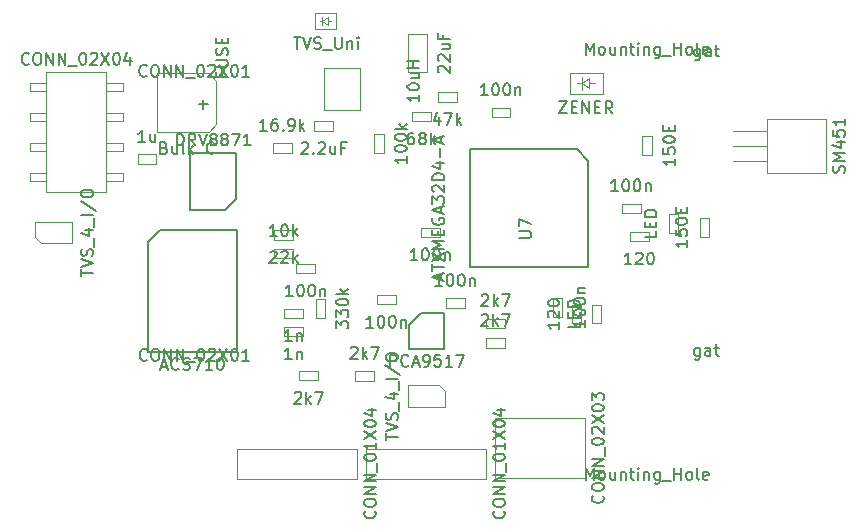
<source format=gbr>
G04 #@! TF.FileFunction,Other,Fab,Top*
%FSLAX46Y46*%
G04 Gerber Fmt 4.6, Leading zero omitted, Abs format (unit mm)*
G04 Created by KiCad (PCBNEW 4.0.4-stable) date 02/07/17 14:21:35*
%MOMM*%
%LPD*%
G01*
G04 APERTURE LIST*
%ADD10C,0.100000*%
%ADD11C,0.150000*%
G04 APERTURE END LIST*
D10*
D11*
X134990000Y-79725000D02*
X134990000Y-88725000D01*
X134990000Y-88725000D02*
X124990000Y-88725000D01*
X124990000Y-88725000D02*
X124990000Y-78725000D01*
X124990000Y-78725000D02*
X133990000Y-78725000D01*
X133990000Y-78725000D02*
X134990000Y-79725000D01*
D10*
X98485000Y-72255000D02*
X98485000Y-77285000D01*
X102835000Y-72255000D02*
X98485000Y-72255000D01*
X103505000Y-72925000D02*
X102835000Y-72255000D01*
X103505000Y-76615000D02*
X103505000Y-72925000D01*
X102835000Y-77285000D02*
X103505000Y-76615000D01*
X98485000Y-77285000D02*
X102835000Y-77285000D01*
X98420000Y-79145000D02*
X98420000Y-79945000D01*
X96820000Y-79145000D02*
X98420000Y-79145000D01*
X96820000Y-79945000D02*
X96820000Y-79145000D01*
X98420000Y-79945000D02*
X96820000Y-79945000D01*
X111795000Y-77155000D02*
X111795000Y-76355000D01*
X113395000Y-77155000D02*
X111795000Y-77155000D01*
X113395000Y-76355000D02*
X113395000Y-77155000D01*
X111795000Y-76355000D02*
X113395000Y-76355000D01*
X121295000Y-72155000D02*
X119695000Y-72155000D01*
X121295000Y-68955000D02*
X121295000Y-72155000D01*
X119695000Y-68955000D02*
X121295000Y-68955000D01*
X119695000Y-72155000D02*
X119695000Y-68955000D01*
X110265000Y-89225000D02*
X110265000Y-88425000D01*
X111865000Y-89225000D02*
X110265000Y-89225000D01*
X111865000Y-88425000D02*
X111865000Y-89225000D01*
X110265000Y-88425000D02*
X111865000Y-88425000D01*
X109225000Y-93005000D02*
X109225000Y-92205000D01*
X110825000Y-93005000D02*
X109225000Y-93005000D01*
X110825000Y-92205000D02*
X110825000Y-93005000D01*
X109225000Y-92205000D02*
X110825000Y-92205000D01*
X109235000Y-94555000D02*
X109235000Y-93755000D01*
X110835000Y-94555000D02*
X109235000Y-94555000D01*
X110835000Y-93755000D02*
X110835000Y-94555000D01*
X109235000Y-93755000D02*
X110835000Y-93755000D01*
X128390000Y-75190000D02*
X128390000Y-75990000D01*
X126790000Y-75190000D02*
X128390000Y-75190000D01*
X126790000Y-75990000D02*
X126790000Y-75190000D01*
X128390000Y-75990000D02*
X126790000Y-75990000D01*
X132785000Y-92885000D02*
X131985000Y-92885000D01*
X132785000Y-91285000D02*
X132785000Y-92885000D01*
X131985000Y-91285000D02*
X132785000Y-91285000D01*
X131985000Y-92885000D02*
X131985000Y-91285000D01*
X120825000Y-86165000D02*
X120825000Y-85365000D01*
X122425000Y-86165000D02*
X120825000Y-86165000D01*
X122425000Y-85365000D02*
X122425000Y-86165000D01*
X120825000Y-85365000D02*
X122425000Y-85365000D01*
X139415000Y-83315000D02*
X139415000Y-84115000D01*
X137815000Y-83315000D02*
X139415000Y-83315000D01*
X137815000Y-84115000D02*
X137815000Y-83315000D01*
X139415000Y-84115000D02*
X137815000Y-84115000D01*
X135295000Y-91865000D02*
X136095000Y-91865000D01*
X135295000Y-93465000D02*
X135295000Y-91865000D01*
X136095000Y-93465000D02*
X135295000Y-93465000D01*
X136095000Y-91865000D02*
X136095000Y-93465000D01*
X141805000Y-84215000D02*
X142605000Y-84215000D01*
X141805000Y-85815000D02*
X141805000Y-84215000D01*
X142605000Y-85815000D02*
X141805000Y-85815000D01*
X142605000Y-84215000D02*
X142605000Y-85815000D01*
X112945000Y-67870000D02*
X113195000Y-67870000D01*
X112945000Y-68220000D02*
X112445000Y-67870000D01*
X112945000Y-67520000D02*
X112945000Y-68220000D01*
X112445000Y-67870000D02*
X112945000Y-67520000D01*
X112445000Y-67870000D02*
X112245000Y-67870000D01*
X112445000Y-67520000D02*
X112445000Y-68220000D01*
X111845000Y-68570000D02*
X111845000Y-67170000D01*
X113645000Y-68570000D02*
X111845000Y-68570000D01*
X113645000Y-67170000D02*
X113645000Y-68570000D01*
X111845000Y-67170000D02*
X113645000Y-67170000D01*
X109875000Y-78195000D02*
X109875000Y-78995000D01*
X108275000Y-78195000D02*
X109875000Y-78195000D01*
X108275000Y-78995000D02*
X108275000Y-78195000D01*
X109875000Y-78995000D02*
X108275000Y-78995000D01*
X117645000Y-79045000D02*
X116845000Y-79045000D01*
X117645000Y-77445000D02*
X117645000Y-79045000D01*
X116845000Y-77445000D02*
X117645000Y-77445000D01*
X116845000Y-79045000D02*
X116845000Y-77445000D01*
X110000000Y-87130000D02*
X110000000Y-87930000D01*
X108400000Y-87130000D02*
X110000000Y-87130000D01*
X108400000Y-87930000D02*
X108400000Y-87130000D01*
X110000000Y-87930000D02*
X108400000Y-87930000D01*
X108400000Y-86380000D02*
X108400000Y-85580000D01*
X110000000Y-86380000D02*
X108400000Y-86380000D01*
X110000000Y-85580000D02*
X110000000Y-86380000D01*
X108400000Y-85580000D02*
X110000000Y-85580000D01*
X112705000Y-92995000D02*
X111905000Y-92995000D01*
X112705000Y-91395000D02*
X112705000Y-92995000D01*
X111905000Y-91395000D02*
X112705000Y-91395000D01*
X111905000Y-92995000D02*
X111905000Y-91395000D01*
X133585000Y-91865000D02*
X134385000Y-91865000D01*
X133585000Y-93465000D02*
X133585000Y-91865000D01*
X134385000Y-93465000D02*
X133585000Y-93465000D01*
X134385000Y-91865000D02*
X134385000Y-93465000D01*
X138495000Y-86520000D02*
X138495000Y-85720000D01*
X140095000Y-86520000D02*
X138495000Y-86520000D01*
X140095000Y-85720000D02*
X140095000Y-86520000D01*
X138495000Y-85720000D02*
X140095000Y-85720000D01*
X127915000Y-94715000D02*
X127915000Y-95515000D01*
X126315000Y-94715000D02*
X127915000Y-94715000D01*
X126315000Y-95515000D02*
X126315000Y-94715000D01*
X127915000Y-95515000D02*
X126315000Y-95515000D01*
X127925000Y-93055000D02*
X127925000Y-93855000D01*
X126325000Y-93055000D02*
X127925000Y-93055000D01*
X126325000Y-93855000D02*
X126325000Y-93055000D01*
X127925000Y-93855000D02*
X126325000Y-93855000D01*
X122265000Y-74685000D02*
X122265000Y-73885000D01*
X123865000Y-74685000D02*
X122265000Y-74685000D01*
X123865000Y-73885000D02*
X123865000Y-74685000D01*
X122265000Y-73885000D02*
X123865000Y-73885000D01*
X120060000Y-76350000D02*
X120060000Y-75550000D01*
X121660000Y-76350000D02*
X120060000Y-76350000D01*
X121660000Y-75550000D02*
X121660000Y-76350000D01*
X120060000Y-75550000D02*
X121660000Y-75550000D01*
X110480000Y-98290000D02*
X110480000Y-97490000D01*
X112080000Y-98290000D02*
X110480000Y-98290000D01*
X112080000Y-97490000D02*
X112080000Y-98290000D01*
X110480000Y-97490000D02*
X112080000Y-97490000D01*
X116850000Y-97500000D02*
X116850000Y-98300000D01*
X115250000Y-97500000D02*
X116850000Y-97500000D01*
X115250000Y-98300000D02*
X115250000Y-97500000D01*
X116850000Y-98300000D02*
X115250000Y-98300000D01*
D11*
X104195000Y-83895000D02*
X101295000Y-83895000D01*
X101295000Y-83895000D02*
X101295000Y-78995000D01*
X101295000Y-78995000D02*
X105195000Y-78995000D01*
X105195000Y-78995000D02*
X105195000Y-82895000D01*
X105195000Y-82895000D02*
X104195000Y-83895000D01*
X98710000Y-85550000D02*
X105210000Y-85550000D01*
X105210000Y-85550000D02*
X105210000Y-95850000D01*
X105210000Y-95850000D02*
X97710000Y-95850000D01*
X97710000Y-95850000D02*
X97710000Y-86550000D01*
X97710000Y-86550000D02*
X98710000Y-85550000D01*
D10*
X122840000Y-99210000D02*
X122340000Y-98710000D01*
X122840000Y-100510000D02*
X122840000Y-99210000D01*
X122340000Y-98710000D02*
X119740000Y-98710000D01*
X119740000Y-100510000D02*
X119740000Y-98710000D01*
X122840000Y-100510000D02*
X119740000Y-100510000D01*
X88140000Y-86150000D02*
X88640000Y-86650000D01*
X88140000Y-84850000D02*
X88140000Y-86150000D01*
X88640000Y-86650000D02*
X91240000Y-86650000D01*
X91240000Y-84850000D02*
X91240000Y-86650000D01*
X88140000Y-84850000D02*
X91240000Y-84850000D01*
X115615000Y-71865000D02*
X115615000Y-75365000D01*
X115615000Y-75365000D02*
X112615000Y-75365000D01*
X112615000Y-75365000D02*
X112615000Y-71865000D01*
X112615000Y-71865000D02*
X115615000Y-71865000D01*
D11*
X120780000Y-92610000D02*
X122780000Y-92610000D01*
X122780000Y-92610000D02*
X122780000Y-95610000D01*
X122780000Y-95610000D02*
X119780000Y-95610000D01*
X119780000Y-95610000D02*
X119780000Y-93610000D01*
X119780000Y-93610000D02*
X120780000Y-92610000D01*
D10*
X94180000Y-82320000D02*
X94180000Y-72160000D01*
X94180000Y-72160000D02*
X89100000Y-72160000D01*
X89100000Y-72160000D02*
X89100000Y-82320000D01*
X89100000Y-82320000D02*
X94180000Y-82320000D01*
X94180000Y-81370000D02*
X94180000Y-80730000D01*
X94180000Y-80730000D02*
X95560000Y-80730000D01*
X95560000Y-80730000D02*
X95560000Y-81370000D01*
X95560000Y-81370000D02*
X94180000Y-81370000D01*
X89100000Y-81370000D02*
X89100000Y-80730000D01*
X89100000Y-80730000D02*
X87720000Y-80730000D01*
X87720000Y-80730000D02*
X87720000Y-81370000D01*
X87720000Y-81370000D02*
X89100000Y-81370000D01*
X94180000Y-78830000D02*
X94180000Y-78190000D01*
X94180000Y-78190000D02*
X95560000Y-78190000D01*
X95560000Y-78190000D02*
X95560000Y-78830000D01*
X95560000Y-78830000D02*
X94180000Y-78830000D01*
X89100000Y-78830000D02*
X89100000Y-78190000D01*
X89100000Y-78190000D02*
X87720000Y-78190000D01*
X87720000Y-78190000D02*
X87720000Y-78830000D01*
X87720000Y-78830000D02*
X89100000Y-78830000D01*
X94180000Y-76290000D02*
X94180000Y-75650000D01*
X94180000Y-75650000D02*
X95560000Y-75650000D01*
X95560000Y-75650000D02*
X95560000Y-76290000D01*
X95560000Y-76290000D02*
X94180000Y-76290000D01*
X89100000Y-76290000D02*
X89100000Y-75650000D01*
X89100000Y-75650000D02*
X87720000Y-75650000D01*
X87720000Y-75650000D02*
X87720000Y-76290000D01*
X87720000Y-76290000D02*
X89100000Y-76290000D01*
X94180000Y-73750000D02*
X94180000Y-73110000D01*
X94180000Y-73110000D02*
X95560000Y-73110000D01*
X95560000Y-73110000D02*
X95560000Y-73750000D01*
X95560000Y-73750000D02*
X94180000Y-73750000D01*
X89100000Y-73750000D02*
X89100000Y-73110000D01*
X89100000Y-73110000D02*
X87720000Y-73110000D01*
X87720000Y-73110000D02*
X87720000Y-73750000D01*
X87720000Y-73750000D02*
X89100000Y-73750000D01*
X105270000Y-106600000D02*
X115430000Y-106600000D01*
X115430000Y-106600000D02*
X115430000Y-104060000D01*
X115430000Y-104060000D02*
X105270000Y-104060000D01*
X105270000Y-104060000D02*
X105270000Y-106600000D01*
X117090000Y-91860000D02*
X117090000Y-91060000D01*
X118690000Y-91860000D02*
X117090000Y-91860000D01*
X118690000Y-91060000D02*
X118690000Y-91860000D01*
X117090000Y-91060000D02*
X118690000Y-91060000D01*
X124530000Y-91340000D02*
X124530000Y-92140000D01*
X122930000Y-91340000D02*
X124530000Y-91340000D01*
X122930000Y-92140000D02*
X122930000Y-91340000D01*
X124530000Y-92140000D02*
X122930000Y-92140000D01*
X135050000Y-73120000D02*
X135550000Y-73120000D01*
X135050000Y-73520000D02*
X134450000Y-73120000D01*
X135050000Y-72720000D02*
X135050000Y-73520000D01*
X134450000Y-73120000D02*
X135050000Y-72720000D01*
X134450000Y-73120000D02*
X134450000Y-73670000D01*
X134450000Y-73120000D02*
X134450000Y-72570000D01*
X134050000Y-73120000D02*
X134450000Y-73120000D01*
X133400000Y-74020000D02*
X133400000Y-72220000D01*
X136200000Y-74020000D02*
X133400000Y-74020000D01*
X136200000Y-72220000D02*
X136200000Y-74020000D01*
X133400000Y-72220000D02*
X136200000Y-72220000D01*
X127090000Y-106550000D02*
X134710000Y-106550000D01*
X134710000Y-106550000D02*
X134710000Y-101470000D01*
X134710000Y-101470000D02*
X127090000Y-101470000D01*
X127090000Y-101470000D02*
X127090000Y-106550000D01*
X116190000Y-106600000D02*
X126350000Y-106600000D01*
X126350000Y-106600000D02*
X126350000Y-104060000D01*
X126350000Y-104060000D02*
X116190000Y-104060000D01*
X116190000Y-104060000D02*
X116190000Y-106600000D01*
X140370000Y-79190000D02*
X139570000Y-79190000D01*
X140370000Y-77590000D02*
X140370000Y-79190000D01*
X139570000Y-77590000D02*
X140370000Y-77590000D01*
X139570000Y-79190000D02*
X139570000Y-77590000D01*
X144430000Y-84510000D02*
X145230000Y-84510000D01*
X144430000Y-86110000D02*
X144430000Y-84510000D01*
X145230000Y-86110000D02*
X144430000Y-86110000D01*
X145230000Y-84510000D02*
X145230000Y-86110000D01*
X150147000Y-79670000D02*
X147226000Y-79670000D01*
X150147000Y-78400000D02*
X147226000Y-78400000D01*
X150147000Y-77130000D02*
X147226000Y-77130000D01*
X155100000Y-76114000D02*
X150147000Y-76114000D01*
X150147000Y-76114000D02*
X150147000Y-80686000D01*
X150147000Y-80686000D02*
X155100000Y-80686000D01*
X155100000Y-80686000D02*
X155100000Y-76114000D01*
D11*
X144426191Y-95535714D02*
X144426191Y-96345238D01*
X144378572Y-96440476D01*
X144330953Y-96488095D01*
X144235714Y-96535714D01*
X144092857Y-96535714D01*
X143997619Y-96488095D01*
X144426191Y-96154762D02*
X144330953Y-96202381D01*
X144140476Y-96202381D01*
X144045238Y-96154762D01*
X143997619Y-96107143D01*
X143950000Y-96011905D01*
X143950000Y-95726190D01*
X143997619Y-95630952D01*
X144045238Y-95583333D01*
X144140476Y-95535714D01*
X144330953Y-95535714D01*
X144426191Y-95583333D01*
X145330953Y-96202381D02*
X145330953Y-95678571D01*
X145283334Y-95583333D01*
X145188096Y-95535714D01*
X144997619Y-95535714D01*
X144902381Y-95583333D01*
X145330953Y-96154762D02*
X145235715Y-96202381D01*
X144997619Y-96202381D01*
X144902381Y-96154762D01*
X144854762Y-96059524D01*
X144854762Y-95964286D01*
X144902381Y-95869048D01*
X144997619Y-95821429D01*
X145235715Y-95821429D01*
X145330953Y-95773810D01*
X145664286Y-95535714D02*
X146045238Y-95535714D01*
X145807143Y-95202381D02*
X145807143Y-96059524D01*
X145854762Y-96154762D01*
X145950000Y-96202381D01*
X146045238Y-96202381D01*
X122506667Y-89748810D02*
X122506667Y-89272619D01*
X122792381Y-89844048D02*
X121792381Y-89510715D01*
X122792381Y-89177381D01*
X121792381Y-88986905D02*
X121792381Y-88415476D01*
X122792381Y-88701191D02*
X121792381Y-88701191D01*
X121792381Y-88177381D02*
X122792381Y-87510714D01*
X121792381Y-87510714D02*
X122792381Y-88177381D01*
X122792381Y-87129762D02*
X121792381Y-87129762D01*
X122506667Y-86796428D01*
X121792381Y-86463095D01*
X122792381Y-86463095D01*
X122268571Y-85986905D02*
X122268571Y-85653571D01*
X122792381Y-85510714D02*
X122792381Y-85986905D01*
X121792381Y-85986905D01*
X121792381Y-85510714D01*
X121840000Y-84558333D02*
X121792381Y-84653571D01*
X121792381Y-84796428D01*
X121840000Y-84939286D01*
X121935238Y-85034524D01*
X122030476Y-85082143D01*
X122220952Y-85129762D01*
X122363810Y-85129762D01*
X122554286Y-85082143D01*
X122649524Y-85034524D01*
X122744762Y-84939286D01*
X122792381Y-84796428D01*
X122792381Y-84701190D01*
X122744762Y-84558333D01*
X122697143Y-84510714D01*
X122363810Y-84510714D01*
X122363810Y-84701190D01*
X122506667Y-84129762D02*
X122506667Y-83653571D01*
X122792381Y-84225000D02*
X121792381Y-83891667D01*
X122792381Y-83558333D01*
X121792381Y-83320238D02*
X121792381Y-82701190D01*
X122173333Y-83034524D01*
X122173333Y-82891666D01*
X122220952Y-82796428D01*
X122268571Y-82748809D01*
X122363810Y-82701190D01*
X122601905Y-82701190D01*
X122697143Y-82748809D01*
X122744762Y-82796428D01*
X122792381Y-82891666D01*
X122792381Y-83177381D01*
X122744762Y-83272619D01*
X122697143Y-83320238D01*
X121887619Y-82320238D02*
X121840000Y-82272619D01*
X121792381Y-82177381D01*
X121792381Y-81939285D01*
X121840000Y-81844047D01*
X121887619Y-81796428D01*
X121982857Y-81748809D01*
X122078095Y-81748809D01*
X122220952Y-81796428D01*
X122792381Y-82367857D01*
X122792381Y-81748809D01*
X122792381Y-81320238D02*
X121792381Y-81320238D01*
X121792381Y-81082143D01*
X121840000Y-80939285D01*
X121935238Y-80844047D01*
X122030476Y-80796428D01*
X122220952Y-80748809D01*
X122363810Y-80748809D01*
X122554286Y-80796428D01*
X122649524Y-80844047D01*
X122744762Y-80939285D01*
X122792381Y-81082143D01*
X122792381Y-81320238D01*
X122125714Y-79891666D02*
X122792381Y-79891666D01*
X121744762Y-80129762D02*
X122459048Y-80367857D01*
X122459048Y-79748809D01*
X122411429Y-79367857D02*
X122411429Y-78605952D01*
X122506667Y-78177381D02*
X122506667Y-77701190D01*
X122792381Y-78272619D02*
X121792381Y-77939286D01*
X122792381Y-77605952D01*
X129147381Y-86206905D02*
X129956905Y-86206905D01*
X130052143Y-86159286D01*
X130099762Y-86111667D01*
X130147381Y-86016429D01*
X130147381Y-85825952D01*
X130099762Y-85730714D01*
X130052143Y-85683095D01*
X129956905Y-85635476D01*
X129147381Y-85635476D01*
X129147381Y-85254524D02*
X129147381Y-84587857D01*
X130147381Y-85016429D01*
X99066429Y-78593571D02*
X99209286Y-78641190D01*
X99256905Y-78688810D01*
X99304524Y-78784048D01*
X99304524Y-78926905D01*
X99256905Y-79022143D01*
X99209286Y-79069762D01*
X99114048Y-79117381D01*
X98733095Y-79117381D01*
X98733095Y-78117381D01*
X99066429Y-78117381D01*
X99161667Y-78165000D01*
X99209286Y-78212619D01*
X99256905Y-78307857D01*
X99256905Y-78403095D01*
X99209286Y-78498333D01*
X99161667Y-78545952D01*
X99066429Y-78593571D01*
X98733095Y-78593571D01*
X100161667Y-78450714D02*
X100161667Y-79117381D01*
X99733095Y-78450714D02*
X99733095Y-78974524D01*
X99780714Y-79069762D01*
X99875952Y-79117381D01*
X100018810Y-79117381D01*
X100114048Y-79069762D01*
X100161667Y-79022143D01*
X100780714Y-79117381D02*
X100685476Y-79069762D01*
X100637857Y-78974524D01*
X100637857Y-78117381D01*
X101161667Y-79117381D02*
X101161667Y-78117381D01*
X101256905Y-78736429D02*
X101542620Y-79117381D01*
X101542620Y-78450714D02*
X101161667Y-78831667D01*
X103304525Y-79022143D02*
X103256906Y-79069762D01*
X103114049Y-79117381D01*
X103018811Y-79117381D01*
X102875953Y-79069762D01*
X102780715Y-78974524D01*
X102733096Y-78879286D01*
X102685477Y-78688810D01*
X102685477Y-78545952D01*
X102733096Y-78355476D01*
X102780715Y-78260238D01*
X102875953Y-78165000D01*
X103018811Y-78117381D01*
X103114049Y-78117381D01*
X103256906Y-78165000D01*
X103304525Y-78212619D01*
X101984048Y-74896429D02*
X102745953Y-74896429D01*
X102365001Y-75277381D02*
X102365001Y-74515476D01*
X97453334Y-78097381D02*
X96881905Y-78097381D01*
X97167619Y-78097381D02*
X97167619Y-77097381D01*
X97072381Y-77240238D01*
X96977143Y-77335476D01*
X96881905Y-77383095D01*
X98310477Y-77430714D02*
X98310477Y-78097381D01*
X97881905Y-77430714D02*
X97881905Y-77954524D01*
X97929524Y-78049762D01*
X98024762Y-78097381D01*
X98167620Y-78097381D01*
X98262858Y-78049762D01*
X98310477Y-78002143D01*
X110714048Y-78202619D02*
X110761667Y-78155000D01*
X110856905Y-78107381D01*
X111095001Y-78107381D01*
X111190239Y-78155000D01*
X111237858Y-78202619D01*
X111285477Y-78297857D01*
X111285477Y-78393095D01*
X111237858Y-78535952D01*
X110666429Y-79107381D01*
X111285477Y-79107381D01*
X111714048Y-79012143D02*
X111761667Y-79059762D01*
X111714048Y-79107381D01*
X111666429Y-79059762D01*
X111714048Y-79012143D01*
X111714048Y-79107381D01*
X112142619Y-78202619D02*
X112190238Y-78155000D01*
X112285476Y-78107381D01*
X112523572Y-78107381D01*
X112618810Y-78155000D01*
X112666429Y-78202619D01*
X112714048Y-78297857D01*
X112714048Y-78393095D01*
X112666429Y-78535952D01*
X112095000Y-79107381D01*
X112714048Y-79107381D01*
X113571191Y-78440714D02*
X113571191Y-79107381D01*
X113142619Y-78440714D02*
X113142619Y-78964524D01*
X113190238Y-79059762D01*
X113285476Y-79107381D01*
X113428334Y-79107381D01*
X113523572Y-79059762D01*
X113571191Y-79012143D01*
X114380715Y-78583571D02*
X114047381Y-78583571D01*
X114047381Y-79107381D02*
X114047381Y-78107381D01*
X114523572Y-78107381D01*
X122342619Y-72197857D02*
X122295000Y-72150238D01*
X122247381Y-72055000D01*
X122247381Y-71816904D01*
X122295000Y-71721666D01*
X122342619Y-71674047D01*
X122437857Y-71626428D01*
X122533095Y-71626428D01*
X122675952Y-71674047D01*
X123247381Y-72245476D01*
X123247381Y-71626428D01*
X122342619Y-71245476D02*
X122295000Y-71197857D01*
X122247381Y-71102619D01*
X122247381Y-70864523D01*
X122295000Y-70769285D01*
X122342619Y-70721666D01*
X122437857Y-70674047D01*
X122533095Y-70674047D01*
X122675952Y-70721666D01*
X123247381Y-71293095D01*
X123247381Y-70674047D01*
X122580714Y-69816904D02*
X123247381Y-69816904D01*
X122580714Y-70245476D02*
X123104524Y-70245476D01*
X123199762Y-70197857D01*
X123247381Y-70102619D01*
X123247381Y-69959761D01*
X123199762Y-69864523D01*
X123152143Y-69816904D01*
X122723571Y-69007380D02*
X122723571Y-69340714D01*
X123247381Y-69340714D02*
X122247381Y-69340714D01*
X122247381Y-68864523D01*
X109945953Y-91177381D02*
X109374524Y-91177381D01*
X109660238Y-91177381D02*
X109660238Y-90177381D01*
X109565000Y-90320238D01*
X109469762Y-90415476D01*
X109374524Y-90463095D01*
X110565000Y-90177381D02*
X110660239Y-90177381D01*
X110755477Y-90225000D01*
X110803096Y-90272619D01*
X110850715Y-90367857D01*
X110898334Y-90558333D01*
X110898334Y-90796429D01*
X110850715Y-90986905D01*
X110803096Y-91082143D01*
X110755477Y-91129762D01*
X110660239Y-91177381D01*
X110565000Y-91177381D01*
X110469762Y-91129762D01*
X110422143Y-91082143D01*
X110374524Y-90986905D01*
X110326905Y-90796429D01*
X110326905Y-90558333D01*
X110374524Y-90367857D01*
X110422143Y-90272619D01*
X110469762Y-90225000D01*
X110565000Y-90177381D01*
X111517381Y-90177381D02*
X111612620Y-90177381D01*
X111707858Y-90225000D01*
X111755477Y-90272619D01*
X111803096Y-90367857D01*
X111850715Y-90558333D01*
X111850715Y-90796429D01*
X111803096Y-90986905D01*
X111755477Y-91082143D01*
X111707858Y-91129762D01*
X111612620Y-91177381D01*
X111517381Y-91177381D01*
X111422143Y-91129762D01*
X111374524Y-91082143D01*
X111326905Y-90986905D01*
X111279286Y-90796429D01*
X111279286Y-90558333D01*
X111326905Y-90367857D01*
X111374524Y-90272619D01*
X111422143Y-90225000D01*
X111517381Y-90177381D01*
X112279286Y-90510714D02*
X112279286Y-91177381D01*
X112279286Y-90605952D02*
X112326905Y-90558333D01*
X112422143Y-90510714D01*
X112565001Y-90510714D01*
X112660239Y-90558333D01*
X112707858Y-90653571D01*
X112707858Y-91177381D01*
X109858334Y-94957381D02*
X109286905Y-94957381D01*
X109572619Y-94957381D02*
X109572619Y-93957381D01*
X109477381Y-94100238D01*
X109382143Y-94195476D01*
X109286905Y-94243095D01*
X110286905Y-94290714D02*
X110286905Y-94957381D01*
X110286905Y-94385952D02*
X110334524Y-94338333D01*
X110429762Y-94290714D01*
X110572620Y-94290714D01*
X110667858Y-94338333D01*
X110715477Y-94433571D01*
X110715477Y-94957381D01*
X109868334Y-96507381D02*
X109296905Y-96507381D01*
X109582619Y-96507381D02*
X109582619Y-95507381D01*
X109487381Y-95650238D01*
X109392143Y-95745476D01*
X109296905Y-95793095D01*
X110296905Y-95840714D02*
X110296905Y-96507381D01*
X110296905Y-95935952D02*
X110344524Y-95888333D01*
X110439762Y-95840714D01*
X110582620Y-95840714D01*
X110677858Y-95888333D01*
X110725477Y-95983571D01*
X110725477Y-96507381D01*
X126470953Y-74142381D02*
X125899524Y-74142381D01*
X126185238Y-74142381D02*
X126185238Y-73142381D01*
X126090000Y-73285238D01*
X125994762Y-73380476D01*
X125899524Y-73428095D01*
X127090000Y-73142381D02*
X127185239Y-73142381D01*
X127280477Y-73190000D01*
X127328096Y-73237619D01*
X127375715Y-73332857D01*
X127423334Y-73523333D01*
X127423334Y-73761429D01*
X127375715Y-73951905D01*
X127328096Y-74047143D01*
X127280477Y-74094762D01*
X127185239Y-74142381D01*
X127090000Y-74142381D01*
X126994762Y-74094762D01*
X126947143Y-74047143D01*
X126899524Y-73951905D01*
X126851905Y-73761429D01*
X126851905Y-73523333D01*
X126899524Y-73332857D01*
X126947143Y-73237619D01*
X126994762Y-73190000D01*
X127090000Y-73142381D01*
X128042381Y-73142381D02*
X128137620Y-73142381D01*
X128232858Y-73190000D01*
X128280477Y-73237619D01*
X128328096Y-73332857D01*
X128375715Y-73523333D01*
X128375715Y-73761429D01*
X128328096Y-73951905D01*
X128280477Y-74047143D01*
X128232858Y-74094762D01*
X128137620Y-74142381D01*
X128042381Y-74142381D01*
X127947143Y-74094762D01*
X127899524Y-74047143D01*
X127851905Y-73951905D01*
X127804286Y-73761429D01*
X127804286Y-73523333D01*
X127851905Y-73332857D01*
X127899524Y-73237619D01*
X127947143Y-73190000D01*
X128042381Y-73142381D01*
X128804286Y-73475714D02*
X128804286Y-74142381D01*
X128804286Y-73570952D02*
X128851905Y-73523333D01*
X128947143Y-73475714D01*
X129090001Y-73475714D01*
X129185239Y-73523333D01*
X129232858Y-73618571D01*
X129232858Y-74142381D01*
X134737381Y-93204047D02*
X134737381Y-93775476D01*
X134737381Y-93489762D02*
X133737381Y-93489762D01*
X133880238Y-93585000D01*
X133975476Y-93680238D01*
X134023095Y-93775476D01*
X133737381Y-92585000D02*
X133737381Y-92489761D01*
X133785000Y-92394523D01*
X133832619Y-92346904D01*
X133927857Y-92299285D01*
X134118333Y-92251666D01*
X134356429Y-92251666D01*
X134546905Y-92299285D01*
X134642143Y-92346904D01*
X134689762Y-92394523D01*
X134737381Y-92489761D01*
X134737381Y-92585000D01*
X134689762Y-92680238D01*
X134642143Y-92727857D01*
X134546905Y-92775476D01*
X134356429Y-92823095D01*
X134118333Y-92823095D01*
X133927857Y-92775476D01*
X133832619Y-92727857D01*
X133785000Y-92680238D01*
X133737381Y-92585000D01*
X133737381Y-91632619D02*
X133737381Y-91537380D01*
X133785000Y-91442142D01*
X133832619Y-91394523D01*
X133927857Y-91346904D01*
X134118333Y-91299285D01*
X134356429Y-91299285D01*
X134546905Y-91346904D01*
X134642143Y-91394523D01*
X134689762Y-91442142D01*
X134737381Y-91537380D01*
X134737381Y-91632619D01*
X134689762Y-91727857D01*
X134642143Y-91775476D01*
X134546905Y-91823095D01*
X134356429Y-91870714D01*
X134118333Y-91870714D01*
X133927857Y-91823095D01*
X133832619Y-91775476D01*
X133785000Y-91727857D01*
X133737381Y-91632619D01*
X134070714Y-90870714D02*
X134737381Y-90870714D01*
X134165952Y-90870714D02*
X134118333Y-90823095D01*
X134070714Y-90727857D01*
X134070714Y-90584999D01*
X134118333Y-90489761D01*
X134213571Y-90442142D01*
X134737381Y-90442142D01*
X120505953Y-88117381D02*
X119934524Y-88117381D01*
X120220238Y-88117381D02*
X120220238Y-87117381D01*
X120125000Y-87260238D01*
X120029762Y-87355476D01*
X119934524Y-87403095D01*
X121125000Y-87117381D02*
X121220239Y-87117381D01*
X121315477Y-87165000D01*
X121363096Y-87212619D01*
X121410715Y-87307857D01*
X121458334Y-87498333D01*
X121458334Y-87736429D01*
X121410715Y-87926905D01*
X121363096Y-88022143D01*
X121315477Y-88069762D01*
X121220239Y-88117381D01*
X121125000Y-88117381D01*
X121029762Y-88069762D01*
X120982143Y-88022143D01*
X120934524Y-87926905D01*
X120886905Y-87736429D01*
X120886905Y-87498333D01*
X120934524Y-87307857D01*
X120982143Y-87212619D01*
X121029762Y-87165000D01*
X121125000Y-87117381D01*
X122077381Y-87117381D02*
X122172620Y-87117381D01*
X122267858Y-87165000D01*
X122315477Y-87212619D01*
X122363096Y-87307857D01*
X122410715Y-87498333D01*
X122410715Y-87736429D01*
X122363096Y-87926905D01*
X122315477Y-88022143D01*
X122267858Y-88069762D01*
X122172620Y-88117381D01*
X122077381Y-88117381D01*
X121982143Y-88069762D01*
X121934524Y-88022143D01*
X121886905Y-87926905D01*
X121839286Y-87736429D01*
X121839286Y-87498333D01*
X121886905Y-87307857D01*
X121934524Y-87212619D01*
X121982143Y-87165000D01*
X122077381Y-87117381D01*
X122839286Y-87450714D02*
X122839286Y-88117381D01*
X122839286Y-87545952D02*
X122886905Y-87498333D01*
X122982143Y-87450714D01*
X123125001Y-87450714D01*
X123220239Y-87498333D01*
X123267858Y-87593571D01*
X123267858Y-88117381D01*
X137495953Y-82267381D02*
X136924524Y-82267381D01*
X137210238Y-82267381D02*
X137210238Y-81267381D01*
X137115000Y-81410238D01*
X137019762Y-81505476D01*
X136924524Y-81553095D01*
X138115000Y-81267381D02*
X138210239Y-81267381D01*
X138305477Y-81315000D01*
X138353096Y-81362619D01*
X138400715Y-81457857D01*
X138448334Y-81648333D01*
X138448334Y-81886429D01*
X138400715Y-82076905D01*
X138353096Y-82172143D01*
X138305477Y-82219762D01*
X138210239Y-82267381D01*
X138115000Y-82267381D01*
X138019762Y-82219762D01*
X137972143Y-82172143D01*
X137924524Y-82076905D01*
X137876905Y-81886429D01*
X137876905Y-81648333D01*
X137924524Y-81457857D01*
X137972143Y-81362619D01*
X138019762Y-81315000D01*
X138115000Y-81267381D01*
X139067381Y-81267381D02*
X139162620Y-81267381D01*
X139257858Y-81315000D01*
X139305477Y-81362619D01*
X139353096Y-81457857D01*
X139400715Y-81648333D01*
X139400715Y-81886429D01*
X139353096Y-82076905D01*
X139305477Y-82172143D01*
X139257858Y-82219762D01*
X139162620Y-82267381D01*
X139067381Y-82267381D01*
X138972143Y-82219762D01*
X138924524Y-82172143D01*
X138876905Y-82076905D01*
X138829286Y-81886429D01*
X138829286Y-81648333D01*
X138876905Y-81457857D01*
X138924524Y-81362619D01*
X138972143Y-81315000D01*
X139067381Y-81267381D01*
X139829286Y-81600714D02*
X139829286Y-82267381D01*
X139829286Y-81695952D02*
X139876905Y-81648333D01*
X139972143Y-81600714D01*
X140115001Y-81600714D01*
X140210239Y-81648333D01*
X140257858Y-81743571D01*
X140257858Y-82267381D01*
X134247381Y-93307857D02*
X134247381Y-93784048D01*
X133247381Y-93784048D01*
X133723571Y-92974524D02*
X133723571Y-92641190D01*
X134247381Y-92498333D02*
X134247381Y-92974524D01*
X133247381Y-92974524D01*
X133247381Y-92498333D01*
X134247381Y-92069762D02*
X133247381Y-92069762D01*
X133247381Y-91831667D01*
X133295000Y-91688809D01*
X133390238Y-91593571D01*
X133485476Y-91545952D01*
X133675952Y-91498333D01*
X133818810Y-91498333D01*
X134009286Y-91545952D01*
X134104524Y-91593571D01*
X134199762Y-91688809D01*
X134247381Y-91831667D01*
X134247381Y-92069762D01*
X140757381Y-85657857D02*
X140757381Y-86134048D01*
X139757381Y-86134048D01*
X140233571Y-85324524D02*
X140233571Y-84991190D01*
X140757381Y-84848333D02*
X140757381Y-85324524D01*
X139757381Y-85324524D01*
X139757381Y-84848333D01*
X140757381Y-84419762D02*
X139757381Y-84419762D01*
X139757381Y-84181667D01*
X139805000Y-84038809D01*
X139900238Y-83943571D01*
X139995476Y-83895952D01*
X140185952Y-83848333D01*
X140328810Y-83848333D01*
X140519286Y-83895952D01*
X140614524Y-83943571D01*
X140709762Y-84038809D01*
X140757381Y-84181667D01*
X140757381Y-84419762D01*
X110059286Y-69222381D02*
X110630715Y-69222381D01*
X110345000Y-70222381D02*
X110345000Y-69222381D01*
X110821191Y-69222381D02*
X111154524Y-70222381D01*
X111487858Y-69222381D01*
X111773572Y-70174762D02*
X111916429Y-70222381D01*
X112154525Y-70222381D01*
X112249763Y-70174762D01*
X112297382Y-70127143D01*
X112345001Y-70031905D01*
X112345001Y-69936667D01*
X112297382Y-69841429D01*
X112249763Y-69793810D01*
X112154525Y-69746190D01*
X111964048Y-69698571D01*
X111868810Y-69650952D01*
X111821191Y-69603333D01*
X111773572Y-69508095D01*
X111773572Y-69412857D01*
X111821191Y-69317619D01*
X111868810Y-69270000D01*
X111964048Y-69222381D01*
X112202144Y-69222381D01*
X112345001Y-69270000D01*
X112535477Y-70317619D02*
X113297382Y-70317619D01*
X113535477Y-69222381D02*
X113535477Y-70031905D01*
X113583096Y-70127143D01*
X113630715Y-70174762D01*
X113725953Y-70222381D01*
X113916430Y-70222381D01*
X114011668Y-70174762D01*
X114059287Y-70127143D01*
X114106906Y-70031905D01*
X114106906Y-69222381D01*
X114583096Y-69555714D02*
X114583096Y-70222381D01*
X114583096Y-69650952D02*
X114630715Y-69603333D01*
X114725953Y-69555714D01*
X114868811Y-69555714D01*
X114964049Y-69603333D01*
X115011668Y-69698571D01*
X115011668Y-70222381D01*
X115487858Y-70222381D02*
X115487858Y-69555714D01*
X115487858Y-69222381D02*
X115440239Y-69270000D01*
X115487858Y-69317619D01*
X115535477Y-69270000D01*
X115487858Y-69222381D01*
X115487858Y-69317619D01*
X103938571Y-72279523D02*
X103938571Y-72612857D01*
X104462381Y-72612857D02*
X103462381Y-72612857D01*
X103462381Y-72136666D01*
X103462381Y-71755714D02*
X104271905Y-71755714D01*
X104367143Y-71708095D01*
X104414762Y-71660476D01*
X104462381Y-71565238D01*
X104462381Y-71374761D01*
X104414762Y-71279523D01*
X104367143Y-71231904D01*
X104271905Y-71184285D01*
X103462381Y-71184285D01*
X104414762Y-70755714D02*
X104462381Y-70612857D01*
X104462381Y-70374761D01*
X104414762Y-70279523D01*
X104367143Y-70231904D01*
X104271905Y-70184285D01*
X104176667Y-70184285D01*
X104081429Y-70231904D01*
X104033810Y-70279523D01*
X103986190Y-70374761D01*
X103938571Y-70565238D01*
X103890952Y-70660476D01*
X103843333Y-70708095D01*
X103748095Y-70755714D01*
X103652857Y-70755714D01*
X103557619Y-70708095D01*
X103510000Y-70660476D01*
X103462381Y-70565238D01*
X103462381Y-70327142D01*
X103510000Y-70184285D01*
X103938571Y-69755714D02*
X103938571Y-69422380D01*
X104462381Y-69279523D02*
X104462381Y-69755714D01*
X103462381Y-69755714D01*
X103462381Y-69279523D01*
X120667381Y-74091666D02*
X120667381Y-74663095D01*
X120667381Y-74377381D02*
X119667381Y-74377381D01*
X119810238Y-74472619D01*
X119905476Y-74567857D01*
X119953095Y-74663095D01*
X119667381Y-73472619D02*
X119667381Y-73377380D01*
X119715000Y-73282142D01*
X119762619Y-73234523D01*
X119857857Y-73186904D01*
X120048333Y-73139285D01*
X120286429Y-73139285D01*
X120476905Y-73186904D01*
X120572143Y-73234523D01*
X120619762Y-73282142D01*
X120667381Y-73377380D01*
X120667381Y-73472619D01*
X120619762Y-73567857D01*
X120572143Y-73615476D01*
X120476905Y-73663095D01*
X120286429Y-73710714D01*
X120048333Y-73710714D01*
X119857857Y-73663095D01*
X119762619Y-73615476D01*
X119715000Y-73567857D01*
X119667381Y-73472619D01*
X120000714Y-72282142D02*
X120667381Y-72282142D01*
X120000714Y-72710714D02*
X120524524Y-72710714D01*
X120619762Y-72663095D01*
X120667381Y-72567857D01*
X120667381Y-72424999D01*
X120619762Y-72329761D01*
X120572143Y-72282142D01*
X120667381Y-71805952D02*
X119667381Y-71805952D01*
X120143571Y-71805952D02*
X120143571Y-71234523D01*
X120667381Y-71234523D02*
X119667381Y-71234523D01*
X107765477Y-77147381D02*
X107194048Y-77147381D01*
X107479762Y-77147381D02*
X107479762Y-76147381D01*
X107384524Y-76290238D01*
X107289286Y-76385476D01*
X107194048Y-76433095D01*
X108622620Y-76147381D02*
X108432143Y-76147381D01*
X108336905Y-76195000D01*
X108289286Y-76242619D01*
X108194048Y-76385476D01*
X108146429Y-76575952D01*
X108146429Y-76956905D01*
X108194048Y-77052143D01*
X108241667Y-77099762D01*
X108336905Y-77147381D01*
X108527382Y-77147381D01*
X108622620Y-77099762D01*
X108670239Y-77052143D01*
X108717858Y-76956905D01*
X108717858Y-76718810D01*
X108670239Y-76623571D01*
X108622620Y-76575952D01*
X108527382Y-76528333D01*
X108336905Y-76528333D01*
X108241667Y-76575952D01*
X108194048Y-76623571D01*
X108146429Y-76718810D01*
X109146429Y-77052143D02*
X109194048Y-77099762D01*
X109146429Y-77147381D01*
X109098810Y-77099762D01*
X109146429Y-77052143D01*
X109146429Y-77147381D01*
X109670238Y-77147381D02*
X109860714Y-77147381D01*
X109955953Y-77099762D01*
X110003572Y-77052143D01*
X110098810Y-76909286D01*
X110146429Y-76718810D01*
X110146429Y-76337857D01*
X110098810Y-76242619D01*
X110051191Y-76195000D01*
X109955953Y-76147381D01*
X109765476Y-76147381D01*
X109670238Y-76195000D01*
X109622619Y-76242619D01*
X109575000Y-76337857D01*
X109575000Y-76575952D01*
X109622619Y-76671190D01*
X109670238Y-76718810D01*
X109765476Y-76766429D01*
X109955953Y-76766429D01*
X110051191Y-76718810D01*
X110098810Y-76671190D01*
X110146429Y-76575952D01*
X110575000Y-77147381D02*
X110575000Y-76147381D01*
X110670238Y-76766429D02*
X110955953Y-77147381D01*
X110955953Y-76480714D02*
X110575000Y-76861667D01*
X119597381Y-79316428D02*
X119597381Y-79887857D01*
X119597381Y-79602143D02*
X118597381Y-79602143D01*
X118740238Y-79697381D01*
X118835476Y-79792619D01*
X118883095Y-79887857D01*
X118597381Y-78697381D02*
X118597381Y-78602142D01*
X118645000Y-78506904D01*
X118692619Y-78459285D01*
X118787857Y-78411666D01*
X118978333Y-78364047D01*
X119216429Y-78364047D01*
X119406905Y-78411666D01*
X119502143Y-78459285D01*
X119549762Y-78506904D01*
X119597381Y-78602142D01*
X119597381Y-78697381D01*
X119549762Y-78792619D01*
X119502143Y-78840238D01*
X119406905Y-78887857D01*
X119216429Y-78935476D01*
X118978333Y-78935476D01*
X118787857Y-78887857D01*
X118692619Y-78840238D01*
X118645000Y-78792619D01*
X118597381Y-78697381D01*
X118597381Y-77745000D02*
X118597381Y-77649761D01*
X118645000Y-77554523D01*
X118692619Y-77506904D01*
X118787857Y-77459285D01*
X118978333Y-77411666D01*
X119216429Y-77411666D01*
X119406905Y-77459285D01*
X119502143Y-77506904D01*
X119549762Y-77554523D01*
X119597381Y-77649761D01*
X119597381Y-77745000D01*
X119549762Y-77840238D01*
X119502143Y-77887857D01*
X119406905Y-77935476D01*
X119216429Y-77983095D01*
X118978333Y-77983095D01*
X118787857Y-77935476D01*
X118692619Y-77887857D01*
X118645000Y-77840238D01*
X118597381Y-77745000D01*
X119597381Y-76983095D02*
X118597381Y-76983095D01*
X119216429Y-76887857D02*
X119597381Y-76602142D01*
X118930714Y-76602142D02*
X119311667Y-76983095D01*
X108604762Y-86082381D02*
X108033333Y-86082381D01*
X108319047Y-86082381D02*
X108319047Y-85082381D01*
X108223809Y-85225238D01*
X108128571Y-85320476D01*
X108033333Y-85368095D01*
X109223809Y-85082381D02*
X109319048Y-85082381D01*
X109414286Y-85130000D01*
X109461905Y-85177619D01*
X109509524Y-85272857D01*
X109557143Y-85463333D01*
X109557143Y-85701429D01*
X109509524Y-85891905D01*
X109461905Y-85987143D01*
X109414286Y-86034762D01*
X109319048Y-86082381D01*
X109223809Y-86082381D01*
X109128571Y-86034762D01*
X109080952Y-85987143D01*
X109033333Y-85891905D01*
X108985714Y-85701429D01*
X108985714Y-85463333D01*
X109033333Y-85272857D01*
X109080952Y-85177619D01*
X109128571Y-85130000D01*
X109223809Y-85082381D01*
X109985714Y-86082381D02*
X109985714Y-85082381D01*
X110080952Y-85701429D02*
X110366667Y-86082381D01*
X110366667Y-85415714D02*
X109985714Y-85796667D01*
X108033333Y-87427619D02*
X108080952Y-87380000D01*
X108176190Y-87332381D01*
X108414286Y-87332381D01*
X108509524Y-87380000D01*
X108557143Y-87427619D01*
X108604762Y-87522857D01*
X108604762Y-87618095D01*
X108557143Y-87760952D01*
X107985714Y-88332381D01*
X108604762Y-88332381D01*
X108985714Y-87427619D02*
X109033333Y-87380000D01*
X109128571Y-87332381D01*
X109366667Y-87332381D01*
X109461905Y-87380000D01*
X109509524Y-87427619D01*
X109557143Y-87522857D01*
X109557143Y-87618095D01*
X109509524Y-87760952D01*
X108938095Y-88332381D01*
X109557143Y-88332381D01*
X109985714Y-88332381D02*
X109985714Y-87332381D01*
X110080952Y-87951429D02*
X110366667Y-88332381D01*
X110366667Y-87665714D02*
X109985714Y-88046667D01*
X113657381Y-93885476D02*
X113657381Y-93266428D01*
X114038333Y-93599762D01*
X114038333Y-93456904D01*
X114085952Y-93361666D01*
X114133571Y-93314047D01*
X114228810Y-93266428D01*
X114466905Y-93266428D01*
X114562143Y-93314047D01*
X114609762Y-93361666D01*
X114657381Y-93456904D01*
X114657381Y-93742619D01*
X114609762Y-93837857D01*
X114562143Y-93885476D01*
X113657381Y-92933095D02*
X113657381Y-92314047D01*
X114038333Y-92647381D01*
X114038333Y-92504523D01*
X114085952Y-92409285D01*
X114133571Y-92361666D01*
X114228810Y-92314047D01*
X114466905Y-92314047D01*
X114562143Y-92361666D01*
X114609762Y-92409285D01*
X114657381Y-92504523D01*
X114657381Y-92790238D01*
X114609762Y-92885476D01*
X114562143Y-92933095D01*
X113657381Y-91695000D02*
X113657381Y-91599761D01*
X113705000Y-91504523D01*
X113752619Y-91456904D01*
X113847857Y-91409285D01*
X114038333Y-91361666D01*
X114276429Y-91361666D01*
X114466905Y-91409285D01*
X114562143Y-91456904D01*
X114609762Y-91504523D01*
X114657381Y-91599761D01*
X114657381Y-91695000D01*
X114609762Y-91790238D01*
X114562143Y-91837857D01*
X114466905Y-91885476D01*
X114276429Y-91933095D01*
X114038333Y-91933095D01*
X113847857Y-91885476D01*
X113752619Y-91837857D01*
X113705000Y-91790238D01*
X113657381Y-91695000D01*
X114657381Y-90933095D02*
X113657381Y-90933095D01*
X114276429Y-90837857D02*
X114657381Y-90552142D01*
X113990714Y-90552142D02*
X114371667Y-90933095D01*
X132537381Y-93331666D02*
X132537381Y-93903095D01*
X132537381Y-93617381D02*
X131537381Y-93617381D01*
X131680238Y-93712619D01*
X131775476Y-93807857D01*
X131823095Y-93903095D01*
X131632619Y-92950714D02*
X131585000Y-92903095D01*
X131537381Y-92807857D01*
X131537381Y-92569761D01*
X131585000Y-92474523D01*
X131632619Y-92426904D01*
X131727857Y-92379285D01*
X131823095Y-92379285D01*
X131965952Y-92426904D01*
X132537381Y-92998333D01*
X132537381Y-92379285D01*
X131537381Y-91760238D02*
X131537381Y-91664999D01*
X131585000Y-91569761D01*
X131632619Y-91522142D01*
X131727857Y-91474523D01*
X131918333Y-91426904D01*
X132156429Y-91426904D01*
X132346905Y-91474523D01*
X132442143Y-91522142D01*
X132489762Y-91569761D01*
X132537381Y-91664999D01*
X132537381Y-91760238D01*
X132489762Y-91855476D01*
X132442143Y-91903095D01*
X132346905Y-91950714D01*
X132156429Y-91998333D01*
X131918333Y-91998333D01*
X131727857Y-91950714D01*
X131632619Y-91903095D01*
X131585000Y-91855476D01*
X131537381Y-91760238D01*
X138628334Y-88472381D02*
X138056905Y-88472381D01*
X138342619Y-88472381D02*
X138342619Y-87472381D01*
X138247381Y-87615238D01*
X138152143Y-87710476D01*
X138056905Y-87758095D01*
X139009286Y-87567619D02*
X139056905Y-87520000D01*
X139152143Y-87472381D01*
X139390239Y-87472381D01*
X139485477Y-87520000D01*
X139533096Y-87567619D01*
X139580715Y-87662857D01*
X139580715Y-87758095D01*
X139533096Y-87900952D01*
X138961667Y-88472381D01*
X139580715Y-88472381D01*
X140199762Y-87472381D02*
X140295001Y-87472381D01*
X140390239Y-87520000D01*
X140437858Y-87567619D01*
X140485477Y-87662857D01*
X140533096Y-87853333D01*
X140533096Y-88091429D01*
X140485477Y-88281905D01*
X140437858Y-88377143D01*
X140390239Y-88424762D01*
X140295001Y-88472381D01*
X140199762Y-88472381D01*
X140104524Y-88424762D01*
X140056905Y-88377143D01*
X140009286Y-88281905D01*
X139961667Y-88091429D01*
X139961667Y-87853333D01*
X140009286Y-87662857D01*
X140056905Y-87567619D01*
X140104524Y-87520000D01*
X140199762Y-87472381D01*
X125948333Y-92762619D02*
X125995952Y-92715000D01*
X126091190Y-92667381D01*
X126329286Y-92667381D01*
X126424524Y-92715000D01*
X126472143Y-92762619D01*
X126519762Y-92857857D01*
X126519762Y-92953095D01*
X126472143Y-93095952D01*
X125900714Y-93667381D01*
X126519762Y-93667381D01*
X126948333Y-93667381D02*
X126948333Y-92667381D01*
X127043571Y-93286429D02*
X127329286Y-93667381D01*
X127329286Y-93000714D02*
X126948333Y-93381667D01*
X127662619Y-92667381D02*
X128329286Y-92667381D01*
X127900714Y-93667381D01*
X125958333Y-91102619D02*
X126005952Y-91055000D01*
X126101190Y-91007381D01*
X126339286Y-91007381D01*
X126434524Y-91055000D01*
X126482143Y-91102619D01*
X126529762Y-91197857D01*
X126529762Y-91293095D01*
X126482143Y-91435952D01*
X125910714Y-92007381D01*
X126529762Y-92007381D01*
X126958333Y-92007381D02*
X126958333Y-91007381D01*
X127053571Y-91626429D02*
X127339286Y-92007381D01*
X127339286Y-91340714D02*
X126958333Y-91721667D01*
X127672619Y-91007381D02*
X128339286Y-91007381D01*
X127910714Y-92007381D01*
X122374524Y-75970714D02*
X122374524Y-76637381D01*
X122136428Y-75589762D02*
X121898333Y-76304048D01*
X122517381Y-76304048D01*
X122803095Y-75637381D02*
X123469762Y-75637381D01*
X123041190Y-76637381D01*
X123850714Y-76637381D02*
X123850714Y-75637381D01*
X123945952Y-76256429D02*
X124231667Y-76637381D01*
X124231667Y-75970714D02*
X123850714Y-76351667D01*
X120169524Y-77302381D02*
X119979047Y-77302381D01*
X119883809Y-77350000D01*
X119836190Y-77397619D01*
X119740952Y-77540476D01*
X119693333Y-77730952D01*
X119693333Y-78111905D01*
X119740952Y-78207143D01*
X119788571Y-78254762D01*
X119883809Y-78302381D01*
X120074286Y-78302381D01*
X120169524Y-78254762D01*
X120217143Y-78207143D01*
X120264762Y-78111905D01*
X120264762Y-77873810D01*
X120217143Y-77778571D01*
X120169524Y-77730952D01*
X120074286Y-77683333D01*
X119883809Y-77683333D01*
X119788571Y-77730952D01*
X119740952Y-77778571D01*
X119693333Y-77873810D01*
X120836190Y-77730952D02*
X120740952Y-77683333D01*
X120693333Y-77635714D01*
X120645714Y-77540476D01*
X120645714Y-77492857D01*
X120693333Y-77397619D01*
X120740952Y-77350000D01*
X120836190Y-77302381D01*
X121026667Y-77302381D01*
X121121905Y-77350000D01*
X121169524Y-77397619D01*
X121217143Y-77492857D01*
X121217143Y-77540476D01*
X121169524Y-77635714D01*
X121121905Y-77683333D01*
X121026667Y-77730952D01*
X120836190Y-77730952D01*
X120740952Y-77778571D01*
X120693333Y-77826190D01*
X120645714Y-77921429D01*
X120645714Y-78111905D01*
X120693333Y-78207143D01*
X120740952Y-78254762D01*
X120836190Y-78302381D01*
X121026667Y-78302381D01*
X121121905Y-78254762D01*
X121169524Y-78207143D01*
X121217143Y-78111905D01*
X121217143Y-77921429D01*
X121169524Y-77826190D01*
X121121905Y-77778571D01*
X121026667Y-77730952D01*
X121645714Y-78302381D02*
X121645714Y-77302381D01*
X121740952Y-77921429D02*
X122026667Y-78302381D01*
X122026667Y-77635714D02*
X121645714Y-78016667D01*
X110113333Y-99337619D02*
X110160952Y-99290000D01*
X110256190Y-99242381D01*
X110494286Y-99242381D01*
X110589524Y-99290000D01*
X110637143Y-99337619D01*
X110684762Y-99432857D01*
X110684762Y-99528095D01*
X110637143Y-99670952D01*
X110065714Y-100242381D01*
X110684762Y-100242381D01*
X111113333Y-100242381D02*
X111113333Y-99242381D01*
X111208571Y-99861429D02*
X111494286Y-100242381D01*
X111494286Y-99575714D02*
X111113333Y-99956667D01*
X111827619Y-99242381D02*
X112494286Y-99242381D01*
X112065714Y-100242381D01*
X114883333Y-95547619D02*
X114930952Y-95500000D01*
X115026190Y-95452381D01*
X115264286Y-95452381D01*
X115359524Y-95500000D01*
X115407143Y-95547619D01*
X115454762Y-95642857D01*
X115454762Y-95738095D01*
X115407143Y-95880952D01*
X114835714Y-96452381D01*
X115454762Y-96452381D01*
X115883333Y-96452381D02*
X115883333Y-95452381D01*
X115978571Y-96071429D02*
X116264286Y-96452381D01*
X116264286Y-95785714D02*
X115883333Y-96166667D01*
X116597619Y-95452381D02*
X117264286Y-95452381D01*
X116835714Y-96452381D01*
X100149762Y-78397381D02*
X100149762Y-77397381D01*
X100387857Y-77397381D01*
X100530715Y-77445000D01*
X100625953Y-77540238D01*
X100673572Y-77635476D01*
X100721191Y-77825952D01*
X100721191Y-77968810D01*
X100673572Y-78159286D01*
X100625953Y-78254524D01*
X100530715Y-78349762D01*
X100387857Y-78397381D01*
X100149762Y-78397381D01*
X101721191Y-78397381D02*
X101387857Y-77921190D01*
X101149762Y-78397381D02*
X101149762Y-77397381D01*
X101530715Y-77397381D01*
X101625953Y-77445000D01*
X101673572Y-77492619D01*
X101721191Y-77587857D01*
X101721191Y-77730714D01*
X101673572Y-77825952D01*
X101625953Y-77873571D01*
X101530715Y-77921190D01*
X101149762Y-77921190D01*
X102006905Y-77397381D02*
X102340238Y-78397381D01*
X102673572Y-77397381D01*
X103149762Y-77825952D02*
X103054524Y-77778333D01*
X103006905Y-77730714D01*
X102959286Y-77635476D01*
X102959286Y-77587857D01*
X103006905Y-77492619D01*
X103054524Y-77445000D01*
X103149762Y-77397381D01*
X103340239Y-77397381D01*
X103435477Y-77445000D01*
X103483096Y-77492619D01*
X103530715Y-77587857D01*
X103530715Y-77635476D01*
X103483096Y-77730714D01*
X103435477Y-77778333D01*
X103340239Y-77825952D01*
X103149762Y-77825952D01*
X103054524Y-77873571D01*
X103006905Y-77921190D01*
X102959286Y-78016429D01*
X102959286Y-78206905D01*
X103006905Y-78302143D01*
X103054524Y-78349762D01*
X103149762Y-78397381D01*
X103340239Y-78397381D01*
X103435477Y-78349762D01*
X103483096Y-78302143D01*
X103530715Y-78206905D01*
X103530715Y-78016429D01*
X103483096Y-77921190D01*
X103435477Y-77873571D01*
X103340239Y-77825952D01*
X104102143Y-77825952D02*
X104006905Y-77778333D01*
X103959286Y-77730714D01*
X103911667Y-77635476D01*
X103911667Y-77587857D01*
X103959286Y-77492619D01*
X104006905Y-77445000D01*
X104102143Y-77397381D01*
X104292620Y-77397381D01*
X104387858Y-77445000D01*
X104435477Y-77492619D01*
X104483096Y-77587857D01*
X104483096Y-77635476D01*
X104435477Y-77730714D01*
X104387858Y-77778333D01*
X104292620Y-77825952D01*
X104102143Y-77825952D01*
X104006905Y-77873571D01*
X103959286Y-77921190D01*
X103911667Y-78016429D01*
X103911667Y-78206905D01*
X103959286Y-78302143D01*
X104006905Y-78349762D01*
X104102143Y-78397381D01*
X104292620Y-78397381D01*
X104387858Y-78349762D01*
X104435477Y-78302143D01*
X104483096Y-78206905D01*
X104483096Y-78016429D01*
X104435477Y-77921190D01*
X104387858Y-77873571D01*
X104292620Y-77825952D01*
X104816429Y-77397381D02*
X105483096Y-77397381D01*
X105054524Y-78397381D01*
X106387858Y-78397381D02*
X105816429Y-78397381D01*
X106102143Y-78397381D02*
X106102143Y-77397381D01*
X106006905Y-77540238D01*
X105911667Y-77635476D01*
X105816429Y-77683095D01*
X98817143Y-97116667D02*
X99293334Y-97116667D01*
X98721905Y-97402381D02*
X99055238Y-96402381D01*
X99388572Y-97402381D01*
X100293334Y-97307143D02*
X100245715Y-97354762D01*
X100102858Y-97402381D01*
X100007620Y-97402381D01*
X99864762Y-97354762D01*
X99769524Y-97259524D01*
X99721905Y-97164286D01*
X99674286Y-96973810D01*
X99674286Y-96830952D01*
X99721905Y-96640476D01*
X99769524Y-96545238D01*
X99864762Y-96450000D01*
X100007620Y-96402381D01*
X100102858Y-96402381D01*
X100245715Y-96450000D01*
X100293334Y-96497619D01*
X100674286Y-97354762D02*
X100817143Y-97402381D01*
X101055239Y-97402381D01*
X101150477Y-97354762D01*
X101198096Y-97307143D01*
X101245715Y-97211905D01*
X101245715Y-97116667D01*
X101198096Y-97021429D01*
X101150477Y-96973810D01*
X101055239Y-96926190D01*
X100864762Y-96878571D01*
X100769524Y-96830952D01*
X100721905Y-96783333D01*
X100674286Y-96688095D01*
X100674286Y-96592857D01*
X100721905Y-96497619D01*
X100769524Y-96450000D01*
X100864762Y-96402381D01*
X101102858Y-96402381D01*
X101245715Y-96450000D01*
X101579048Y-96402381D02*
X102245715Y-96402381D01*
X101817143Y-97402381D01*
X103150477Y-97402381D02*
X102579048Y-97402381D01*
X102864762Y-97402381D02*
X102864762Y-96402381D01*
X102769524Y-96545238D01*
X102674286Y-96640476D01*
X102579048Y-96688095D01*
X103769524Y-96402381D02*
X103864763Y-96402381D01*
X103960001Y-96450000D01*
X104007620Y-96497619D01*
X104055239Y-96592857D01*
X104102858Y-96783333D01*
X104102858Y-97021429D01*
X104055239Y-97211905D01*
X104007620Y-97307143D01*
X103960001Y-97354762D01*
X103864763Y-97402381D01*
X103769524Y-97402381D01*
X103674286Y-97354762D01*
X103626667Y-97307143D01*
X103579048Y-97211905D01*
X103531429Y-97021429D01*
X103531429Y-96783333D01*
X103579048Y-96592857D01*
X103626667Y-96497619D01*
X103674286Y-96450000D01*
X103769524Y-96402381D01*
X117842381Y-103324286D02*
X117842381Y-102752857D01*
X118842381Y-103038572D02*
X117842381Y-103038572D01*
X117842381Y-102562381D02*
X118842381Y-102229048D01*
X117842381Y-101895714D01*
X118794762Y-101610000D02*
X118842381Y-101467143D01*
X118842381Y-101229047D01*
X118794762Y-101133809D01*
X118747143Y-101086190D01*
X118651905Y-101038571D01*
X118556667Y-101038571D01*
X118461429Y-101086190D01*
X118413810Y-101133809D01*
X118366190Y-101229047D01*
X118318571Y-101419524D01*
X118270952Y-101514762D01*
X118223333Y-101562381D01*
X118128095Y-101610000D01*
X118032857Y-101610000D01*
X117937619Y-101562381D01*
X117890000Y-101514762D01*
X117842381Y-101419524D01*
X117842381Y-101181428D01*
X117890000Y-101038571D01*
X118937619Y-100848095D02*
X118937619Y-100086190D01*
X118175714Y-99419523D02*
X118842381Y-99419523D01*
X117794762Y-99657619D02*
X118509048Y-99895714D01*
X118509048Y-99276666D01*
X118937619Y-99133809D02*
X118937619Y-98371904D01*
X118842381Y-98133809D02*
X117842381Y-98133809D01*
X117794762Y-96943333D02*
X119080476Y-97800476D01*
X117842381Y-96419524D02*
X117842381Y-96229047D01*
X117890000Y-96133809D01*
X117985238Y-96038571D01*
X118175714Y-95990952D01*
X118509048Y-95990952D01*
X118699524Y-96038571D01*
X118794762Y-96133809D01*
X118842381Y-96229047D01*
X118842381Y-96419524D01*
X118794762Y-96514762D01*
X118699524Y-96610000D01*
X118509048Y-96657619D01*
X118175714Y-96657619D01*
X117985238Y-96610000D01*
X117890000Y-96514762D01*
X117842381Y-96419524D01*
X92042381Y-89464286D02*
X92042381Y-88892857D01*
X93042381Y-89178572D02*
X92042381Y-89178572D01*
X92042381Y-88702381D02*
X93042381Y-88369048D01*
X92042381Y-88035714D01*
X92994762Y-87750000D02*
X93042381Y-87607143D01*
X93042381Y-87369047D01*
X92994762Y-87273809D01*
X92947143Y-87226190D01*
X92851905Y-87178571D01*
X92756667Y-87178571D01*
X92661429Y-87226190D01*
X92613810Y-87273809D01*
X92566190Y-87369047D01*
X92518571Y-87559524D01*
X92470952Y-87654762D01*
X92423333Y-87702381D01*
X92328095Y-87750000D01*
X92232857Y-87750000D01*
X92137619Y-87702381D01*
X92090000Y-87654762D01*
X92042381Y-87559524D01*
X92042381Y-87321428D01*
X92090000Y-87178571D01*
X93137619Y-86988095D02*
X93137619Y-86226190D01*
X92375714Y-85559523D02*
X93042381Y-85559523D01*
X91994762Y-85797619D02*
X92709048Y-86035714D01*
X92709048Y-85416666D01*
X93137619Y-85273809D02*
X93137619Y-84511904D01*
X93042381Y-84273809D02*
X92042381Y-84273809D01*
X91994762Y-83083333D02*
X93280476Y-83940476D01*
X92042381Y-82559524D02*
X92042381Y-82369047D01*
X92090000Y-82273809D01*
X92185238Y-82178571D01*
X92375714Y-82130952D01*
X92709048Y-82130952D01*
X92899524Y-82178571D01*
X92994762Y-82273809D01*
X93042381Y-82369047D01*
X93042381Y-82559524D01*
X92994762Y-82654762D01*
X92899524Y-82750000D01*
X92709048Y-82797619D01*
X92375714Y-82797619D01*
X92185238Y-82750000D01*
X92090000Y-82654762D01*
X92042381Y-82559524D01*
X97606191Y-96527143D02*
X97558572Y-96574762D01*
X97415715Y-96622381D01*
X97320477Y-96622381D01*
X97177619Y-96574762D01*
X97082381Y-96479524D01*
X97034762Y-96384286D01*
X96987143Y-96193810D01*
X96987143Y-96050952D01*
X97034762Y-95860476D01*
X97082381Y-95765238D01*
X97177619Y-95670000D01*
X97320477Y-95622381D01*
X97415715Y-95622381D01*
X97558572Y-95670000D01*
X97606191Y-95717619D01*
X98225238Y-95622381D02*
X98415715Y-95622381D01*
X98510953Y-95670000D01*
X98606191Y-95765238D01*
X98653810Y-95955714D01*
X98653810Y-96289048D01*
X98606191Y-96479524D01*
X98510953Y-96574762D01*
X98415715Y-96622381D01*
X98225238Y-96622381D01*
X98130000Y-96574762D01*
X98034762Y-96479524D01*
X97987143Y-96289048D01*
X97987143Y-95955714D01*
X98034762Y-95765238D01*
X98130000Y-95670000D01*
X98225238Y-95622381D01*
X99082381Y-96622381D02*
X99082381Y-95622381D01*
X99653810Y-96622381D01*
X99653810Y-95622381D01*
X100130000Y-96622381D02*
X100130000Y-95622381D01*
X100701429Y-96622381D01*
X100701429Y-95622381D01*
X100939524Y-96717619D02*
X101701429Y-96717619D01*
X102130000Y-95622381D02*
X102225239Y-95622381D01*
X102320477Y-95670000D01*
X102368096Y-95717619D01*
X102415715Y-95812857D01*
X102463334Y-96003333D01*
X102463334Y-96241429D01*
X102415715Y-96431905D01*
X102368096Y-96527143D01*
X102320477Y-96574762D01*
X102225239Y-96622381D01*
X102130000Y-96622381D01*
X102034762Y-96574762D01*
X101987143Y-96527143D01*
X101939524Y-96431905D01*
X101891905Y-96241429D01*
X101891905Y-96003333D01*
X101939524Y-95812857D01*
X101987143Y-95717619D01*
X102034762Y-95670000D01*
X102130000Y-95622381D01*
X102844286Y-95717619D02*
X102891905Y-95670000D01*
X102987143Y-95622381D01*
X103225239Y-95622381D01*
X103320477Y-95670000D01*
X103368096Y-95717619D01*
X103415715Y-95812857D01*
X103415715Y-95908095D01*
X103368096Y-96050952D01*
X102796667Y-96622381D01*
X103415715Y-96622381D01*
X103749048Y-95622381D02*
X104415715Y-96622381D01*
X104415715Y-95622381D02*
X103749048Y-96622381D01*
X104987143Y-95622381D02*
X105082382Y-95622381D01*
X105177620Y-95670000D01*
X105225239Y-95717619D01*
X105272858Y-95812857D01*
X105320477Y-96003333D01*
X105320477Y-96241429D01*
X105272858Y-96431905D01*
X105225239Y-96527143D01*
X105177620Y-96574762D01*
X105082382Y-96622381D01*
X104987143Y-96622381D01*
X104891905Y-96574762D01*
X104844286Y-96527143D01*
X104796667Y-96431905D01*
X104749048Y-96241429D01*
X104749048Y-96003333D01*
X104796667Y-95812857D01*
X104844286Y-95717619D01*
X104891905Y-95670000D01*
X104987143Y-95622381D01*
X106272858Y-96622381D02*
X105701429Y-96622381D01*
X105987143Y-96622381D02*
X105987143Y-95622381D01*
X105891905Y-95765238D01*
X105796667Y-95860476D01*
X105701429Y-95908095D01*
X118184762Y-97112381D02*
X118184762Y-96112381D01*
X118565715Y-96112381D01*
X118660953Y-96160000D01*
X118708572Y-96207619D01*
X118756191Y-96302857D01*
X118756191Y-96445714D01*
X118708572Y-96540952D01*
X118660953Y-96588571D01*
X118565715Y-96636190D01*
X118184762Y-96636190D01*
X119756191Y-97017143D02*
X119708572Y-97064762D01*
X119565715Y-97112381D01*
X119470477Y-97112381D01*
X119327619Y-97064762D01*
X119232381Y-96969524D01*
X119184762Y-96874286D01*
X119137143Y-96683810D01*
X119137143Y-96540952D01*
X119184762Y-96350476D01*
X119232381Y-96255238D01*
X119327619Y-96160000D01*
X119470477Y-96112381D01*
X119565715Y-96112381D01*
X119708572Y-96160000D01*
X119756191Y-96207619D01*
X120137143Y-96826667D02*
X120613334Y-96826667D01*
X120041905Y-97112381D02*
X120375238Y-96112381D01*
X120708572Y-97112381D01*
X121089524Y-97112381D02*
X121280000Y-97112381D01*
X121375239Y-97064762D01*
X121422858Y-97017143D01*
X121518096Y-96874286D01*
X121565715Y-96683810D01*
X121565715Y-96302857D01*
X121518096Y-96207619D01*
X121470477Y-96160000D01*
X121375239Y-96112381D01*
X121184762Y-96112381D01*
X121089524Y-96160000D01*
X121041905Y-96207619D01*
X120994286Y-96302857D01*
X120994286Y-96540952D01*
X121041905Y-96636190D01*
X121089524Y-96683810D01*
X121184762Y-96731429D01*
X121375239Y-96731429D01*
X121470477Y-96683810D01*
X121518096Y-96636190D01*
X121565715Y-96540952D01*
X122470477Y-96112381D02*
X121994286Y-96112381D01*
X121946667Y-96588571D01*
X121994286Y-96540952D01*
X122089524Y-96493333D01*
X122327620Y-96493333D01*
X122422858Y-96540952D01*
X122470477Y-96588571D01*
X122518096Y-96683810D01*
X122518096Y-96921905D01*
X122470477Y-97017143D01*
X122422858Y-97064762D01*
X122327620Y-97112381D01*
X122089524Y-97112381D01*
X121994286Y-97064762D01*
X121946667Y-97017143D01*
X123470477Y-97112381D02*
X122899048Y-97112381D01*
X123184762Y-97112381D02*
X123184762Y-96112381D01*
X123089524Y-96255238D01*
X122994286Y-96350476D01*
X122899048Y-96398095D01*
X123803810Y-96112381D02*
X124470477Y-96112381D01*
X124041905Y-97112381D01*
X144446191Y-70195714D02*
X144446191Y-71005238D01*
X144398572Y-71100476D01*
X144350953Y-71148095D01*
X144255714Y-71195714D01*
X144112857Y-71195714D01*
X144017619Y-71148095D01*
X144446191Y-70814762D02*
X144350953Y-70862381D01*
X144160476Y-70862381D01*
X144065238Y-70814762D01*
X144017619Y-70767143D01*
X143970000Y-70671905D01*
X143970000Y-70386190D01*
X144017619Y-70290952D01*
X144065238Y-70243333D01*
X144160476Y-70195714D01*
X144350953Y-70195714D01*
X144446191Y-70243333D01*
X145350953Y-70862381D02*
X145350953Y-70338571D01*
X145303334Y-70243333D01*
X145208096Y-70195714D01*
X145017619Y-70195714D01*
X144922381Y-70243333D01*
X145350953Y-70814762D02*
X145255715Y-70862381D01*
X145017619Y-70862381D01*
X144922381Y-70814762D01*
X144874762Y-70719524D01*
X144874762Y-70624286D01*
X144922381Y-70529048D01*
X145017619Y-70481429D01*
X145255715Y-70481429D01*
X145350953Y-70433810D01*
X145684286Y-70195714D02*
X146065238Y-70195714D01*
X145827143Y-69862381D02*
X145827143Y-70719524D01*
X145874762Y-70814762D01*
X145970000Y-70862381D01*
X146065238Y-70862381D01*
X87616191Y-71457143D02*
X87568572Y-71504762D01*
X87425715Y-71552381D01*
X87330477Y-71552381D01*
X87187619Y-71504762D01*
X87092381Y-71409524D01*
X87044762Y-71314286D01*
X86997143Y-71123810D01*
X86997143Y-70980952D01*
X87044762Y-70790476D01*
X87092381Y-70695238D01*
X87187619Y-70600000D01*
X87330477Y-70552381D01*
X87425715Y-70552381D01*
X87568572Y-70600000D01*
X87616191Y-70647619D01*
X88235238Y-70552381D02*
X88425715Y-70552381D01*
X88520953Y-70600000D01*
X88616191Y-70695238D01*
X88663810Y-70885714D01*
X88663810Y-71219048D01*
X88616191Y-71409524D01*
X88520953Y-71504762D01*
X88425715Y-71552381D01*
X88235238Y-71552381D01*
X88140000Y-71504762D01*
X88044762Y-71409524D01*
X87997143Y-71219048D01*
X87997143Y-70885714D01*
X88044762Y-70695238D01*
X88140000Y-70600000D01*
X88235238Y-70552381D01*
X89092381Y-71552381D02*
X89092381Y-70552381D01*
X89663810Y-71552381D01*
X89663810Y-70552381D01*
X90140000Y-71552381D02*
X90140000Y-70552381D01*
X90711429Y-71552381D01*
X90711429Y-70552381D01*
X90949524Y-71647619D02*
X91711429Y-71647619D01*
X92140000Y-70552381D02*
X92235239Y-70552381D01*
X92330477Y-70600000D01*
X92378096Y-70647619D01*
X92425715Y-70742857D01*
X92473334Y-70933333D01*
X92473334Y-71171429D01*
X92425715Y-71361905D01*
X92378096Y-71457143D01*
X92330477Y-71504762D01*
X92235239Y-71552381D01*
X92140000Y-71552381D01*
X92044762Y-71504762D01*
X91997143Y-71457143D01*
X91949524Y-71361905D01*
X91901905Y-71171429D01*
X91901905Y-70933333D01*
X91949524Y-70742857D01*
X91997143Y-70647619D01*
X92044762Y-70600000D01*
X92140000Y-70552381D01*
X92854286Y-70647619D02*
X92901905Y-70600000D01*
X92997143Y-70552381D01*
X93235239Y-70552381D01*
X93330477Y-70600000D01*
X93378096Y-70647619D01*
X93425715Y-70742857D01*
X93425715Y-70838095D01*
X93378096Y-70980952D01*
X92806667Y-71552381D01*
X93425715Y-71552381D01*
X93759048Y-70552381D02*
X94425715Y-71552381D01*
X94425715Y-70552381D02*
X93759048Y-71552381D01*
X94997143Y-70552381D02*
X95092382Y-70552381D01*
X95187620Y-70600000D01*
X95235239Y-70647619D01*
X95282858Y-70742857D01*
X95330477Y-70933333D01*
X95330477Y-71171429D01*
X95282858Y-71361905D01*
X95235239Y-71457143D01*
X95187620Y-71504762D01*
X95092382Y-71552381D01*
X94997143Y-71552381D01*
X94901905Y-71504762D01*
X94854286Y-71457143D01*
X94806667Y-71361905D01*
X94759048Y-71171429D01*
X94759048Y-70933333D01*
X94806667Y-70742857D01*
X94854286Y-70647619D01*
X94901905Y-70600000D01*
X94997143Y-70552381D01*
X96187620Y-70885714D02*
X96187620Y-71552381D01*
X95949524Y-70504762D02*
X95711429Y-71219048D01*
X96330477Y-71219048D01*
X97586191Y-72477143D02*
X97538572Y-72524762D01*
X97395715Y-72572381D01*
X97300477Y-72572381D01*
X97157619Y-72524762D01*
X97062381Y-72429524D01*
X97014762Y-72334286D01*
X96967143Y-72143810D01*
X96967143Y-72000952D01*
X97014762Y-71810476D01*
X97062381Y-71715238D01*
X97157619Y-71620000D01*
X97300477Y-71572381D01*
X97395715Y-71572381D01*
X97538572Y-71620000D01*
X97586191Y-71667619D01*
X98205238Y-71572381D02*
X98395715Y-71572381D01*
X98490953Y-71620000D01*
X98586191Y-71715238D01*
X98633810Y-71905714D01*
X98633810Y-72239048D01*
X98586191Y-72429524D01*
X98490953Y-72524762D01*
X98395715Y-72572381D01*
X98205238Y-72572381D01*
X98110000Y-72524762D01*
X98014762Y-72429524D01*
X97967143Y-72239048D01*
X97967143Y-71905714D01*
X98014762Y-71715238D01*
X98110000Y-71620000D01*
X98205238Y-71572381D01*
X99062381Y-72572381D02*
X99062381Y-71572381D01*
X99633810Y-72572381D01*
X99633810Y-71572381D01*
X100110000Y-72572381D02*
X100110000Y-71572381D01*
X100681429Y-72572381D01*
X100681429Y-71572381D01*
X100919524Y-72667619D02*
X101681429Y-72667619D01*
X102110000Y-71572381D02*
X102205239Y-71572381D01*
X102300477Y-71620000D01*
X102348096Y-71667619D01*
X102395715Y-71762857D01*
X102443334Y-71953333D01*
X102443334Y-72191429D01*
X102395715Y-72381905D01*
X102348096Y-72477143D01*
X102300477Y-72524762D01*
X102205239Y-72572381D01*
X102110000Y-72572381D01*
X102014762Y-72524762D01*
X101967143Y-72477143D01*
X101919524Y-72381905D01*
X101871905Y-72191429D01*
X101871905Y-71953333D01*
X101919524Y-71762857D01*
X101967143Y-71667619D01*
X102014762Y-71620000D01*
X102110000Y-71572381D01*
X102824286Y-71667619D02*
X102871905Y-71620000D01*
X102967143Y-71572381D01*
X103205239Y-71572381D01*
X103300477Y-71620000D01*
X103348096Y-71667619D01*
X103395715Y-71762857D01*
X103395715Y-71858095D01*
X103348096Y-72000952D01*
X102776667Y-72572381D01*
X103395715Y-72572381D01*
X103729048Y-71572381D02*
X104395715Y-72572381D01*
X104395715Y-71572381D02*
X103729048Y-72572381D01*
X104967143Y-71572381D02*
X105062382Y-71572381D01*
X105157620Y-71620000D01*
X105205239Y-71667619D01*
X105252858Y-71762857D01*
X105300477Y-71953333D01*
X105300477Y-72191429D01*
X105252858Y-72381905D01*
X105205239Y-72477143D01*
X105157620Y-72524762D01*
X105062382Y-72572381D01*
X104967143Y-72572381D01*
X104871905Y-72524762D01*
X104824286Y-72477143D01*
X104776667Y-72381905D01*
X104729048Y-72191429D01*
X104729048Y-71953333D01*
X104776667Y-71762857D01*
X104824286Y-71667619D01*
X104871905Y-71620000D01*
X104967143Y-71572381D01*
X106252858Y-72572381D02*
X105681429Y-72572381D01*
X105967143Y-72572381D02*
X105967143Y-71572381D01*
X105871905Y-71715238D01*
X105776667Y-71810476D01*
X105681429Y-71858095D01*
X116907143Y-109353809D02*
X116954762Y-109401428D01*
X117002381Y-109544285D01*
X117002381Y-109639523D01*
X116954762Y-109782381D01*
X116859524Y-109877619D01*
X116764286Y-109925238D01*
X116573810Y-109972857D01*
X116430952Y-109972857D01*
X116240476Y-109925238D01*
X116145238Y-109877619D01*
X116050000Y-109782381D01*
X116002381Y-109639523D01*
X116002381Y-109544285D01*
X116050000Y-109401428D01*
X116097619Y-109353809D01*
X116002381Y-108734762D02*
X116002381Y-108544285D01*
X116050000Y-108449047D01*
X116145238Y-108353809D01*
X116335714Y-108306190D01*
X116669048Y-108306190D01*
X116859524Y-108353809D01*
X116954762Y-108449047D01*
X117002381Y-108544285D01*
X117002381Y-108734762D01*
X116954762Y-108830000D01*
X116859524Y-108925238D01*
X116669048Y-108972857D01*
X116335714Y-108972857D01*
X116145238Y-108925238D01*
X116050000Y-108830000D01*
X116002381Y-108734762D01*
X117002381Y-107877619D02*
X116002381Y-107877619D01*
X117002381Y-107306190D01*
X116002381Y-107306190D01*
X117002381Y-106830000D02*
X116002381Y-106830000D01*
X117002381Y-106258571D01*
X116002381Y-106258571D01*
X117097619Y-106020476D02*
X117097619Y-105258571D01*
X116002381Y-104830000D02*
X116002381Y-104734761D01*
X116050000Y-104639523D01*
X116097619Y-104591904D01*
X116192857Y-104544285D01*
X116383333Y-104496666D01*
X116621429Y-104496666D01*
X116811905Y-104544285D01*
X116907143Y-104591904D01*
X116954762Y-104639523D01*
X117002381Y-104734761D01*
X117002381Y-104830000D01*
X116954762Y-104925238D01*
X116907143Y-104972857D01*
X116811905Y-105020476D01*
X116621429Y-105068095D01*
X116383333Y-105068095D01*
X116192857Y-105020476D01*
X116097619Y-104972857D01*
X116050000Y-104925238D01*
X116002381Y-104830000D01*
X117002381Y-103544285D02*
X117002381Y-104115714D01*
X117002381Y-103830000D02*
X116002381Y-103830000D01*
X116145238Y-103925238D01*
X116240476Y-104020476D01*
X116288095Y-104115714D01*
X116002381Y-103210952D02*
X117002381Y-102544285D01*
X116002381Y-102544285D02*
X117002381Y-103210952D01*
X116002381Y-101972857D02*
X116002381Y-101877618D01*
X116050000Y-101782380D01*
X116097619Y-101734761D01*
X116192857Y-101687142D01*
X116383333Y-101639523D01*
X116621429Y-101639523D01*
X116811905Y-101687142D01*
X116907143Y-101734761D01*
X116954762Y-101782380D01*
X117002381Y-101877618D01*
X117002381Y-101972857D01*
X116954762Y-102068095D01*
X116907143Y-102115714D01*
X116811905Y-102163333D01*
X116621429Y-102210952D01*
X116383333Y-102210952D01*
X116192857Y-102163333D01*
X116097619Y-102115714D01*
X116050000Y-102068095D01*
X116002381Y-101972857D01*
X116335714Y-100782380D02*
X117002381Y-100782380D01*
X115954762Y-101020476D02*
X116669048Y-101258571D01*
X116669048Y-100639523D01*
X134783333Y-106697381D02*
X134783333Y-105697381D01*
X135116667Y-106411667D01*
X135450000Y-105697381D01*
X135450000Y-106697381D01*
X136069047Y-106697381D02*
X135973809Y-106649762D01*
X135926190Y-106602143D01*
X135878571Y-106506905D01*
X135878571Y-106221190D01*
X135926190Y-106125952D01*
X135973809Y-106078333D01*
X136069047Y-106030714D01*
X136211905Y-106030714D01*
X136307143Y-106078333D01*
X136354762Y-106125952D01*
X136402381Y-106221190D01*
X136402381Y-106506905D01*
X136354762Y-106602143D01*
X136307143Y-106649762D01*
X136211905Y-106697381D01*
X136069047Y-106697381D01*
X137259524Y-106030714D02*
X137259524Y-106697381D01*
X136830952Y-106030714D02*
X136830952Y-106554524D01*
X136878571Y-106649762D01*
X136973809Y-106697381D01*
X137116667Y-106697381D01*
X137211905Y-106649762D01*
X137259524Y-106602143D01*
X137735714Y-106030714D02*
X137735714Y-106697381D01*
X137735714Y-106125952D02*
X137783333Y-106078333D01*
X137878571Y-106030714D01*
X138021429Y-106030714D01*
X138116667Y-106078333D01*
X138164286Y-106173571D01*
X138164286Y-106697381D01*
X138497619Y-106030714D02*
X138878571Y-106030714D01*
X138640476Y-105697381D02*
X138640476Y-106554524D01*
X138688095Y-106649762D01*
X138783333Y-106697381D01*
X138878571Y-106697381D01*
X139211905Y-106697381D02*
X139211905Y-106030714D01*
X139211905Y-105697381D02*
X139164286Y-105745000D01*
X139211905Y-105792619D01*
X139259524Y-105745000D01*
X139211905Y-105697381D01*
X139211905Y-105792619D01*
X139688095Y-106030714D02*
X139688095Y-106697381D01*
X139688095Y-106125952D02*
X139735714Y-106078333D01*
X139830952Y-106030714D01*
X139973810Y-106030714D01*
X140069048Y-106078333D01*
X140116667Y-106173571D01*
X140116667Y-106697381D01*
X141021429Y-106030714D02*
X141021429Y-106840238D01*
X140973810Y-106935476D01*
X140926191Y-106983095D01*
X140830952Y-107030714D01*
X140688095Y-107030714D01*
X140592857Y-106983095D01*
X141021429Y-106649762D02*
X140926191Y-106697381D01*
X140735714Y-106697381D01*
X140640476Y-106649762D01*
X140592857Y-106602143D01*
X140545238Y-106506905D01*
X140545238Y-106221190D01*
X140592857Y-106125952D01*
X140640476Y-106078333D01*
X140735714Y-106030714D01*
X140926191Y-106030714D01*
X141021429Y-106078333D01*
X141259524Y-106792619D02*
X142021429Y-106792619D01*
X142259524Y-106697381D02*
X142259524Y-105697381D01*
X142259524Y-106173571D02*
X142830953Y-106173571D01*
X142830953Y-106697381D02*
X142830953Y-105697381D01*
X143450000Y-106697381D02*
X143354762Y-106649762D01*
X143307143Y-106602143D01*
X143259524Y-106506905D01*
X143259524Y-106221190D01*
X143307143Y-106125952D01*
X143354762Y-106078333D01*
X143450000Y-106030714D01*
X143592858Y-106030714D01*
X143688096Y-106078333D01*
X143735715Y-106125952D01*
X143783334Y-106221190D01*
X143783334Y-106506905D01*
X143735715Y-106602143D01*
X143688096Y-106649762D01*
X143592858Y-106697381D01*
X143450000Y-106697381D01*
X144354762Y-106697381D02*
X144259524Y-106649762D01*
X144211905Y-106554524D01*
X144211905Y-105697381D01*
X145116668Y-106649762D02*
X145021430Y-106697381D01*
X144830953Y-106697381D01*
X144735715Y-106649762D01*
X144688096Y-106554524D01*
X144688096Y-106173571D01*
X144735715Y-106078333D01*
X144830953Y-106030714D01*
X145021430Y-106030714D01*
X145116668Y-106078333D01*
X145164287Y-106173571D01*
X145164287Y-106268810D01*
X144688096Y-106364048D01*
X134783333Y-70697381D02*
X134783333Y-69697381D01*
X135116667Y-70411667D01*
X135450000Y-69697381D01*
X135450000Y-70697381D01*
X136069047Y-70697381D02*
X135973809Y-70649762D01*
X135926190Y-70602143D01*
X135878571Y-70506905D01*
X135878571Y-70221190D01*
X135926190Y-70125952D01*
X135973809Y-70078333D01*
X136069047Y-70030714D01*
X136211905Y-70030714D01*
X136307143Y-70078333D01*
X136354762Y-70125952D01*
X136402381Y-70221190D01*
X136402381Y-70506905D01*
X136354762Y-70602143D01*
X136307143Y-70649762D01*
X136211905Y-70697381D01*
X136069047Y-70697381D01*
X137259524Y-70030714D02*
X137259524Y-70697381D01*
X136830952Y-70030714D02*
X136830952Y-70554524D01*
X136878571Y-70649762D01*
X136973809Y-70697381D01*
X137116667Y-70697381D01*
X137211905Y-70649762D01*
X137259524Y-70602143D01*
X137735714Y-70030714D02*
X137735714Y-70697381D01*
X137735714Y-70125952D02*
X137783333Y-70078333D01*
X137878571Y-70030714D01*
X138021429Y-70030714D01*
X138116667Y-70078333D01*
X138164286Y-70173571D01*
X138164286Y-70697381D01*
X138497619Y-70030714D02*
X138878571Y-70030714D01*
X138640476Y-69697381D02*
X138640476Y-70554524D01*
X138688095Y-70649762D01*
X138783333Y-70697381D01*
X138878571Y-70697381D01*
X139211905Y-70697381D02*
X139211905Y-70030714D01*
X139211905Y-69697381D02*
X139164286Y-69745000D01*
X139211905Y-69792619D01*
X139259524Y-69745000D01*
X139211905Y-69697381D01*
X139211905Y-69792619D01*
X139688095Y-70030714D02*
X139688095Y-70697381D01*
X139688095Y-70125952D02*
X139735714Y-70078333D01*
X139830952Y-70030714D01*
X139973810Y-70030714D01*
X140069048Y-70078333D01*
X140116667Y-70173571D01*
X140116667Y-70697381D01*
X141021429Y-70030714D02*
X141021429Y-70840238D01*
X140973810Y-70935476D01*
X140926191Y-70983095D01*
X140830952Y-71030714D01*
X140688095Y-71030714D01*
X140592857Y-70983095D01*
X141021429Y-70649762D02*
X140926191Y-70697381D01*
X140735714Y-70697381D01*
X140640476Y-70649762D01*
X140592857Y-70602143D01*
X140545238Y-70506905D01*
X140545238Y-70221190D01*
X140592857Y-70125952D01*
X140640476Y-70078333D01*
X140735714Y-70030714D01*
X140926191Y-70030714D01*
X141021429Y-70078333D01*
X141259524Y-70792619D02*
X142021429Y-70792619D01*
X142259524Y-70697381D02*
X142259524Y-69697381D01*
X142259524Y-70173571D02*
X142830953Y-70173571D01*
X142830953Y-70697381D02*
X142830953Y-69697381D01*
X143450000Y-70697381D02*
X143354762Y-70649762D01*
X143307143Y-70602143D01*
X143259524Y-70506905D01*
X143259524Y-70221190D01*
X143307143Y-70125952D01*
X143354762Y-70078333D01*
X143450000Y-70030714D01*
X143592858Y-70030714D01*
X143688096Y-70078333D01*
X143735715Y-70125952D01*
X143783334Y-70221190D01*
X143783334Y-70506905D01*
X143735715Y-70602143D01*
X143688096Y-70649762D01*
X143592858Y-70697381D01*
X143450000Y-70697381D01*
X144354762Y-70697381D02*
X144259524Y-70649762D01*
X144211905Y-70554524D01*
X144211905Y-69697381D01*
X145116668Y-70649762D02*
X145021430Y-70697381D01*
X144830953Y-70697381D01*
X144735715Y-70649762D01*
X144688096Y-70554524D01*
X144688096Y-70173571D01*
X144735715Y-70078333D01*
X144830953Y-70030714D01*
X145021430Y-70030714D01*
X145116668Y-70078333D01*
X145164287Y-70173571D01*
X145164287Y-70268810D01*
X144688096Y-70364048D01*
X116770953Y-93812381D02*
X116199524Y-93812381D01*
X116485238Y-93812381D02*
X116485238Y-92812381D01*
X116390000Y-92955238D01*
X116294762Y-93050476D01*
X116199524Y-93098095D01*
X117390000Y-92812381D02*
X117485239Y-92812381D01*
X117580477Y-92860000D01*
X117628096Y-92907619D01*
X117675715Y-93002857D01*
X117723334Y-93193333D01*
X117723334Y-93431429D01*
X117675715Y-93621905D01*
X117628096Y-93717143D01*
X117580477Y-93764762D01*
X117485239Y-93812381D01*
X117390000Y-93812381D01*
X117294762Y-93764762D01*
X117247143Y-93717143D01*
X117199524Y-93621905D01*
X117151905Y-93431429D01*
X117151905Y-93193333D01*
X117199524Y-93002857D01*
X117247143Y-92907619D01*
X117294762Y-92860000D01*
X117390000Y-92812381D01*
X118342381Y-92812381D02*
X118437620Y-92812381D01*
X118532858Y-92860000D01*
X118580477Y-92907619D01*
X118628096Y-93002857D01*
X118675715Y-93193333D01*
X118675715Y-93431429D01*
X118628096Y-93621905D01*
X118580477Y-93717143D01*
X118532858Y-93764762D01*
X118437620Y-93812381D01*
X118342381Y-93812381D01*
X118247143Y-93764762D01*
X118199524Y-93717143D01*
X118151905Y-93621905D01*
X118104286Y-93431429D01*
X118104286Y-93193333D01*
X118151905Y-93002857D01*
X118199524Y-92907619D01*
X118247143Y-92860000D01*
X118342381Y-92812381D01*
X119104286Y-93145714D02*
X119104286Y-93812381D01*
X119104286Y-93240952D02*
X119151905Y-93193333D01*
X119247143Y-93145714D01*
X119390001Y-93145714D01*
X119485239Y-93193333D01*
X119532858Y-93288571D01*
X119532858Y-93812381D01*
X122610953Y-90292381D02*
X122039524Y-90292381D01*
X122325238Y-90292381D02*
X122325238Y-89292381D01*
X122230000Y-89435238D01*
X122134762Y-89530476D01*
X122039524Y-89578095D01*
X123230000Y-89292381D02*
X123325239Y-89292381D01*
X123420477Y-89340000D01*
X123468096Y-89387619D01*
X123515715Y-89482857D01*
X123563334Y-89673333D01*
X123563334Y-89911429D01*
X123515715Y-90101905D01*
X123468096Y-90197143D01*
X123420477Y-90244762D01*
X123325239Y-90292381D01*
X123230000Y-90292381D01*
X123134762Y-90244762D01*
X123087143Y-90197143D01*
X123039524Y-90101905D01*
X122991905Y-89911429D01*
X122991905Y-89673333D01*
X123039524Y-89482857D01*
X123087143Y-89387619D01*
X123134762Y-89340000D01*
X123230000Y-89292381D01*
X124182381Y-89292381D02*
X124277620Y-89292381D01*
X124372858Y-89340000D01*
X124420477Y-89387619D01*
X124468096Y-89482857D01*
X124515715Y-89673333D01*
X124515715Y-89911429D01*
X124468096Y-90101905D01*
X124420477Y-90197143D01*
X124372858Y-90244762D01*
X124277620Y-90292381D01*
X124182381Y-90292381D01*
X124087143Y-90244762D01*
X124039524Y-90197143D01*
X123991905Y-90101905D01*
X123944286Y-89911429D01*
X123944286Y-89673333D01*
X123991905Y-89482857D01*
X124039524Y-89387619D01*
X124087143Y-89340000D01*
X124182381Y-89292381D01*
X124944286Y-89625714D02*
X124944286Y-90292381D01*
X124944286Y-89720952D02*
X124991905Y-89673333D01*
X125087143Y-89625714D01*
X125230001Y-89625714D01*
X125325239Y-89673333D01*
X125372858Y-89768571D01*
X125372858Y-90292381D01*
X132538095Y-74672381D02*
X133204762Y-74672381D01*
X132538095Y-75672381D01*
X133204762Y-75672381D01*
X133585714Y-75148571D02*
X133919048Y-75148571D01*
X134061905Y-75672381D02*
X133585714Y-75672381D01*
X133585714Y-74672381D01*
X134061905Y-74672381D01*
X134490476Y-75672381D02*
X134490476Y-74672381D01*
X135061905Y-75672381D01*
X135061905Y-74672381D01*
X135538095Y-75148571D02*
X135871429Y-75148571D01*
X136014286Y-75672381D02*
X135538095Y-75672381D01*
X135538095Y-74672381D01*
X136014286Y-74672381D01*
X137014286Y-75672381D02*
X136680952Y-75196190D01*
X136442857Y-75672381D02*
X136442857Y-74672381D01*
X136823810Y-74672381D01*
X136919048Y-74720000D01*
X136966667Y-74767619D01*
X137014286Y-74862857D01*
X137014286Y-75005714D01*
X136966667Y-75100952D01*
X136919048Y-75148571D01*
X136823810Y-75196190D01*
X136442857Y-75196190D01*
X136187143Y-108033809D02*
X136234762Y-108081428D01*
X136282381Y-108224285D01*
X136282381Y-108319523D01*
X136234762Y-108462381D01*
X136139524Y-108557619D01*
X136044286Y-108605238D01*
X135853810Y-108652857D01*
X135710952Y-108652857D01*
X135520476Y-108605238D01*
X135425238Y-108557619D01*
X135330000Y-108462381D01*
X135282381Y-108319523D01*
X135282381Y-108224285D01*
X135330000Y-108081428D01*
X135377619Y-108033809D01*
X135282381Y-107414762D02*
X135282381Y-107224285D01*
X135330000Y-107129047D01*
X135425238Y-107033809D01*
X135615714Y-106986190D01*
X135949048Y-106986190D01*
X136139524Y-107033809D01*
X136234762Y-107129047D01*
X136282381Y-107224285D01*
X136282381Y-107414762D01*
X136234762Y-107510000D01*
X136139524Y-107605238D01*
X135949048Y-107652857D01*
X135615714Y-107652857D01*
X135425238Y-107605238D01*
X135330000Y-107510000D01*
X135282381Y-107414762D01*
X136282381Y-106557619D02*
X135282381Y-106557619D01*
X136282381Y-105986190D01*
X135282381Y-105986190D01*
X136282381Y-105510000D02*
X135282381Y-105510000D01*
X136282381Y-104938571D01*
X135282381Y-104938571D01*
X136377619Y-104700476D02*
X136377619Y-103938571D01*
X135282381Y-103510000D02*
X135282381Y-103414761D01*
X135330000Y-103319523D01*
X135377619Y-103271904D01*
X135472857Y-103224285D01*
X135663333Y-103176666D01*
X135901429Y-103176666D01*
X136091905Y-103224285D01*
X136187143Y-103271904D01*
X136234762Y-103319523D01*
X136282381Y-103414761D01*
X136282381Y-103510000D01*
X136234762Y-103605238D01*
X136187143Y-103652857D01*
X136091905Y-103700476D01*
X135901429Y-103748095D01*
X135663333Y-103748095D01*
X135472857Y-103700476D01*
X135377619Y-103652857D01*
X135330000Y-103605238D01*
X135282381Y-103510000D01*
X135377619Y-102795714D02*
X135330000Y-102748095D01*
X135282381Y-102652857D01*
X135282381Y-102414761D01*
X135330000Y-102319523D01*
X135377619Y-102271904D01*
X135472857Y-102224285D01*
X135568095Y-102224285D01*
X135710952Y-102271904D01*
X136282381Y-102843333D01*
X136282381Y-102224285D01*
X135282381Y-101890952D02*
X136282381Y-101224285D01*
X135282381Y-101224285D02*
X136282381Y-101890952D01*
X135282381Y-100652857D02*
X135282381Y-100557618D01*
X135330000Y-100462380D01*
X135377619Y-100414761D01*
X135472857Y-100367142D01*
X135663333Y-100319523D01*
X135901429Y-100319523D01*
X136091905Y-100367142D01*
X136187143Y-100414761D01*
X136234762Y-100462380D01*
X136282381Y-100557618D01*
X136282381Y-100652857D01*
X136234762Y-100748095D01*
X136187143Y-100795714D01*
X136091905Y-100843333D01*
X135901429Y-100890952D01*
X135663333Y-100890952D01*
X135472857Y-100843333D01*
X135377619Y-100795714D01*
X135330000Y-100748095D01*
X135282381Y-100652857D01*
X135282381Y-99986190D02*
X135282381Y-99367142D01*
X135663333Y-99700476D01*
X135663333Y-99557618D01*
X135710952Y-99462380D01*
X135758571Y-99414761D01*
X135853810Y-99367142D01*
X136091905Y-99367142D01*
X136187143Y-99414761D01*
X136234762Y-99462380D01*
X136282381Y-99557618D01*
X136282381Y-99843333D01*
X136234762Y-99938571D01*
X136187143Y-99986190D01*
X127827143Y-109353809D02*
X127874762Y-109401428D01*
X127922381Y-109544285D01*
X127922381Y-109639523D01*
X127874762Y-109782381D01*
X127779524Y-109877619D01*
X127684286Y-109925238D01*
X127493810Y-109972857D01*
X127350952Y-109972857D01*
X127160476Y-109925238D01*
X127065238Y-109877619D01*
X126970000Y-109782381D01*
X126922381Y-109639523D01*
X126922381Y-109544285D01*
X126970000Y-109401428D01*
X127017619Y-109353809D01*
X126922381Y-108734762D02*
X126922381Y-108544285D01*
X126970000Y-108449047D01*
X127065238Y-108353809D01*
X127255714Y-108306190D01*
X127589048Y-108306190D01*
X127779524Y-108353809D01*
X127874762Y-108449047D01*
X127922381Y-108544285D01*
X127922381Y-108734762D01*
X127874762Y-108830000D01*
X127779524Y-108925238D01*
X127589048Y-108972857D01*
X127255714Y-108972857D01*
X127065238Y-108925238D01*
X126970000Y-108830000D01*
X126922381Y-108734762D01*
X127922381Y-107877619D02*
X126922381Y-107877619D01*
X127922381Y-107306190D01*
X126922381Y-107306190D01*
X127922381Y-106830000D02*
X126922381Y-106830000D01*
X127922381Y-106258571D01*
X126922381Y-106258571D01*
X128017619Y-106020476D02*
X128017619Y-105258571D01*
X126922381Y-104830000D02*
X126922381Y-104734761D01*
X126970000Y-104639523D01*
X127017619Y-104591904D01*
X127112857Y-104544285D01*
X127303333Y-104496666D01*
X127541429Y-104496666D01*
X127731905Y-104544285D01*
X127827143Y-104591904D01*
X127874762Y-104639523D01*
X127922381Y-104734761D01*
X127922381Y-104830000D01*
X127874762Y-104925238D01*
X127827143Y-104972857D01*
X127731905Y-105020476D01*
X127541429Y-105068095D01*
X127303333Y-105068095D01*
X127112857Y-105020476D01*
X127017619Y-104972857D01*
X126970000Y-104925238D01*
X126922381Y-104830000D01*
X127922381Y-103544285D02*
X127922381Y-104115714D01*
X127922381Y-103830000D02*
X126922381Y-103830000D01*
X127065238Y-103925238D01*
X127160476Y-104020476D01*
X127208095Y-104115714D01*
X126922381Y-103210952D02*
X127922381Y-102544285D01*
X126922381Y-102544285D02*
X127922381Y-103210952D01*
X126922381Y-101972857D02*
X126922381Y-101877618D01*
X126970000Y-101782380D01*
X127017619Y-101734761D01*
X127112857Y-101687142D01*
X127303333Y-101639523D01*
X127541429Y-101639523D01*
X127731905Y-101687142D01*
X127827143Y-101734761D01*
X127874762Y-101782380D01*
X127922381Y-101877618D01*
X127922381Y-101972857D01*
X127874762Y-102068095D01*
X127827143Y-102115714D01*
X127731905Y-102163333D01*
X127541429Y-102210952D01*
X127303333Y-102210952D01*
X127112857Y-102163333D01*
X127017619Y-102115714D01*
X126970000Y-102068095D01*
X126922381Y-101972857D01*
X127255714Y-100782380D02*
X127922381Y-100782380D01*
X126874762Y-101020476D02*
X127589048Y-101258571D01*
X127589048Y-100639523D01*
X142322381Y-79509047D02*
X142322381Y-80080476D01*
X142322381Y-79794762D02*
X141322381Y-79794762D01*
X141465238Y-79890000D01*
X141560476Y-79985238D01*
X141608095Y-80080476D01*
X141322381Y-78604285D02*
X141322381Y-79080476D01*
X141798571Y-79128095D01*
X141750952Y-79080476D01*
X141703333Y-78985238D01*
X141703333Y-78747142D01*
X141750952Y-78651904D01*
X141798571Y-78604285D01*
X141893810Y-78556666D01*
X142131905Y-78556666D01*
X142227143Y-78604285D01*
X142274762Y-78651904D01*
X142322381Y-78747142D01*
X142322381Y-78985238D01*
X142274762Y-79080476D01*
X142227143Y-79128095D01*
X141322381Y-77937619D02*
X141322381Y-77842380D01*
X141370000Y-77747142D01*
X141417619Y-77699523D01*
X141512857Y-77651904D01*
X141703333Y-77604285D01*
X141941429Y-77604285D01*
X142131905Y-77651904D01*
X142227143Y-77699523D01*
X142274762Y-77747142D01*
X142322381Y-77842380D01*
X142322381Y-77937619D01*
X142274762Y-78032857D01*
X142227143Y-78080476D01*
X142131905Y-78128095D01*
X141941429Y-78175714D01*
X141703333Y-78175714D01*
X141512857Y-78128095D01*
X141417619Y-78080476D01*
X141370000Y-78032857D01*
X141322381Y-77937619D01*
X141798571Y-77175714D02*
X141798571Y-76842380D01*
X142322381Y-76699523D02*
X142322381Y-77175714D01*
X141322381Y-77175714D01*
X141322381Y-76699523D01*
X143382381Y-86429047D02*
X143382381Y-87000476D01*
X143382381Y-86714762D02*
X142382381Y-86714762D01*
X142525238Y-86810000D01*
X142620476Y-86905238D01*
X142668095Y-87000476D01*
X142382381Y-85524285D02*
X142382381Y-86000476D01*
X142858571Y-86048095D01*
X142810952Y-86000476D01*
X142763333Y-85905238D01*
X142763333Y-85667142D01*
X142810952Y-85571904D01*
X142858571Y-85524285D01*
X142953810Y-85476666D01*
X143191905Y-85476666D01*
X143287143Y-85524285D01*
X143334762Y-85571904D01*
X143382381Y-85667142D01*
X143382381Y-85905238D01*
X143334762Y-86000476D01*
X143287143Y-86048095D01*
X142382381Y-84857619D02*
X142382381Y-84762380D01*
X142430000Y-84667142D01*
X142477619Y-84619523D01*
X142572857Y-84571904D01*
X142763333Y-84524285D01*
X143001429Y-84524285D01*
X143191905Y-84571904D01*
X143287143Y-84619523D01*
X143334762Y-84667142D01*
X143382381Y-84762380D01*
X143382381Y-84857619D01*
X143334762Y-84952857D01*
X143287143Y-85000476D01*
X143191905Y-85048095D01*
X143001429Y-85095714D01*
X142763333Y-85095714D01*
X142572857Y-85048095D01*
X142477619Y-85000476D01*
X142430000Y-84952857D01*
X142382381Y-84857619D01*
X142858571Y-84095714D02*
X142858571Y-83762380D01*
X143382381Y-83619523D02*
X143382381Y-84095714D01*
X142382381Y-84095714D01*
X142382381Y-83619523D01*
X156647762Y-80685714D02*
X156695381Y-80542857D01*
X156695381Y-80304761D01*
X156647762Y-80209523D01*
X156600143Y-80161904D01*
X156504905Y-80114285D01*
X156409667Y-80114285D01*
X156314429Y-80161904D01*
X156266810Y-80209523D01*
X156219190Y-80304761D01*
X156171571Y-80495238D01*
X156123952Y-80590476D01*
X156076333Y-80638095D01*
X155981095Y-80685714D01*
X155885857Y-80685714D01*
X155790619Y-80638095D01*
X155743000Y-80590476D01*
X155695381Y-80495238D01*
X155695381Y-80257142D01*
X155743000Y-80114285D01*
X156695381Y-79685714D02*
X155695381Y-79685714D01*
X156409667Y-79352380D01*
X155695381Y-79019047D01*
X156695381Y-79019047D01*
X156028714Y-78114285D02*
X156695381Y-78114285D01*
X155647762Y-78352381D02*
X156362048Y-78590476D01*
X156362048Y-77971428D01*
X155695381Y-77114285D02*
X155695381Y-77590476D01*
X156171571Y-77638095D01*
X156123952Y-77590476D01*
X156076333Y-77495238D01*
X156076333Y-77257142D01*
X156123952Y-77161904D01*
X156171571Y-77114285D01*
X156266810Y-77066666D01*
X156504905Y-77066666D01*
X156600143Y-77114285D01*
X156647762Y-77161904D01*
X156695381Y-77257142D01*
X156695381Y-77495238D01*
X156647762Y-77590476D01*
X156600143Y-77638095D01*
X156695381Y-76114285D02*
X156695381Y-76685714D01*
X156695381Y-76400000D02*
X155695381Y-76400000D01*
X155838238Y-76495238D01*
X155933476Y-76590476D01*
X155981095Y-76685714D01*
M02*

</source>
